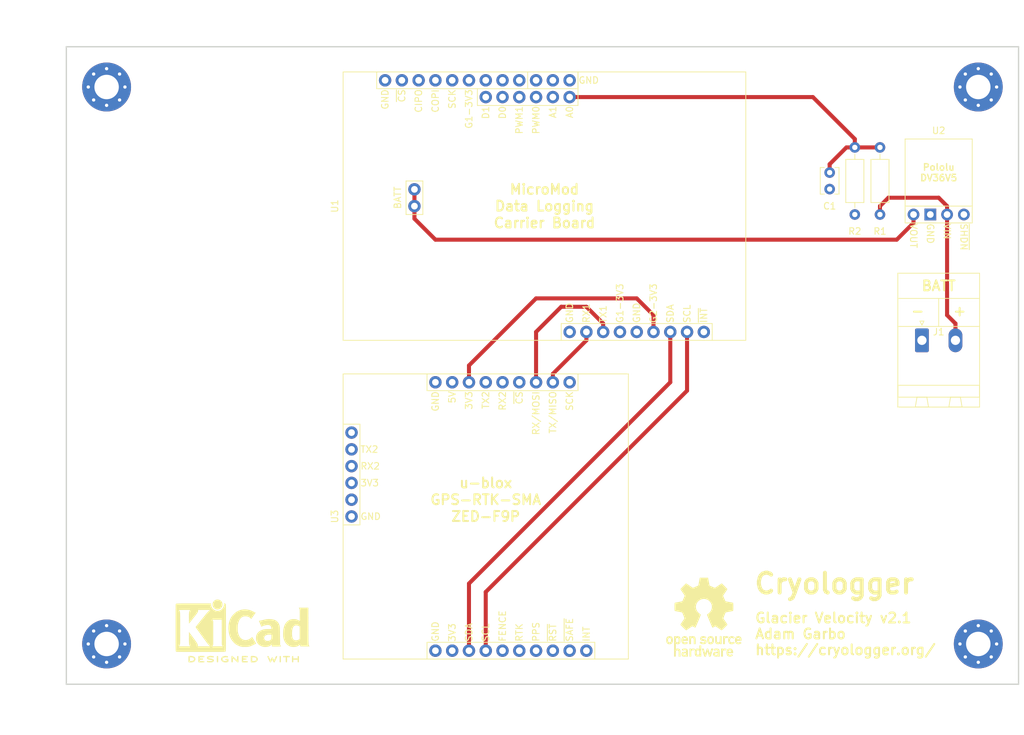
<source format=kicad_pcb>
(kicad_pcb (version 20171130) (host pcbnew "(5.1.9-0-10_14)")

  (general
    (thickness 1.6)
    (drawings 23)
    (tracks 41)
    (zones 0)
    (modules 13)
    (nets 10)
  )

  (page USLetter)
  (title_block
    (title "Cryologger Glacier Velocity ")
    (date 2021-04-13)
    (rev v2.0)
    (comment 3 "License: ")
    (comment 4 "Author: Adam Garbo")
  )

  (layers
    (0 F.Cu signal)
    (31 B.Cu signal)
    (32 B.Adhes user)
    (33 F.Adhes user)
    (34 B.Paste user)
    (35 F.Paste user)
    (36 B.SilkS user)
    (37 F.SilkS user)
    (38 B.Mask user)
    (39 F.Mask user)
    (40 Dwgs.User user)
    (41 Cmts.User user)
    (42 Eco1.User user)
    (43 Eco2.User user)
    (44 Edge.Cuts user)
    (45 Margin user)
    (46 B.CrtYd user)
    (47 F.CrtYd user)
    (48 B.Fab user)
    (49 F.Fab user)
  )

  (setup
    (last_trace_width 0.25)
    (user_trace_width 0.3048)
    (user_trace_width 0.6096)
    (trace_clearance 0.2)
    (zone_clearance 0.254)
    (zone_45_only no)
    (trace_min 0.2)
    (via_size 0.8)
    (via_drill 0.4)
    (via_min_size 0.4)
    (via_min_drill 0.3)
    (uvia_size 0.3)
    (uvia_drill 0.1)
    (uvias_allowed no)
    (uvia_min_size 0.2)
    (uvia_min_drill 0.1)
    (edge_width 0.05)
    (segment_width 0.2)
    (pcb_text_width 0.3)
    (pcb_text_size 1.5 1.5)
    (mod_edge_width 0.12)
    (mod_text_size 1 1)
    (mod_text_width 0.15)
    (pad_size 7.4 7.4)
    (pad_drill 3.7)
    (pad_to_mask_clearance 0)
    (aux_axis_origin 0 0)
    (visible_elements FFFFFF7F)
    (pcbplotparams
      (layerselection 0x010fc_ffffffff)
      (usegerberextensions true)
      (usegerberattributes false)
      (usegerberadvancedattributes false)
      (creategerberjobfile false)
      (excludeedgelayer true)
      (linewidth 0.150000)
      (plotframeref false)
      (viasonmask false)
      (mode 1)
      (useauxorigin false)
      (hpglpennumber 1)
      (hpglpenspeed 20)
      (hpglpendiameter 15.000000)
      (psnegative false)
      (psa4output false)
      (plotreference true)
      (plotvalue false)
      (plotinvisibletext false)
      (padsonsilk false)
      (subtractmaskfromsilk true)
      (outputformat 1)
      (mirror false)
      (drillshape 0)
      (scaleselection 1)
      (outputdirectory "Gerber/"))
  )

  (net 0 "")
  (net 1 GND)
  (net 2 /A0)
  (net 3 /SCL)
  (net 4 /SDA)
  (net 5 /RX)
  (net 6 /TX)
  (net 7 +3V3)
  (net 8 +BATT)
  (net 9 +5V)

  (net_class Default "This is the default net class."
    (clearance 0.2)
    (trace_width 0.25)
    (via_dia 0.8)
    (via_drill 0.4)
    (uvia_dia 0.3)
    (uvia_drill 0.1)
    (add_net +3V3)
    (add_net +5V)
    (add_net +BATT)
    (add_net /A0)
    (add_net /RX)
    (add_net /SCL)
    (add_net /SDA)
    (add_net /TX)
    (add_net GND)
  )

  (module Resistor_THT:R_Axial_DIN0207_L6.3mm_D2.5mm_P10.16mm_Horizontal (layer F.Cu) (tedit 5AE5139B) (tstamp 609AEEB5)
    (at 184.15 58.42 270)
    (descr "Resistor, Axial_DIN0207 series, Axial, Horizontal, pin pitch=10.16mm, 0.25W = 1/4W, length*diameter=6.3*2.5mm^2, http://cdn-reichelt.de/documents/datenblatt/B400/1_4W%23YAG.pdf")
    (tags "Resistor Axial_DIN0207 series Axial Horizontal pin pitch 10.16mm 0.25W = 1/4W length 6.3mm diameter 2.5mm")
    (path /60746AE9)
    (fp_text reference R2 (at 12.7 0 180) (layer F.SilkS)
      (effects (font (size 1 1) (thickness 0.15)))
    )
    (fp_text value 1MΩ (at 4.445 2.54 90) (layer F.Fab)
      (effects (font (size 1 1) (thickness 0.15)))
    )
    (fp_line (start 1.93 -1.25) (end 1.93 1.25) (layer F.Fab) (width 0.1))
    (fp_line (start 1.93 1.25) (end 8.23 1.25) (layer F.Fab) (width 0.1))
    (fp_line (start 8.23 1.25) (end 8.23 -1.25) (layer F.Fab) (width 0.1))
    (fp_line (start 8.23 -1.25) (end 1.93 -1.25) (layer F.Fab) (width 0.1))
    (fp_line (start 0 0) (end 1.93 0) (layer F.Fab) (width 0.1))
    (fp_line (start 10.16 0) (end 8.23 0) (layer F.Fab) (width 0.1))
    (fp_line (start 1.81 -1.37) (end 1.81 1.37) (layer F.SilkS) (width 0.12))
    (fp_line (start 1.81 1.37) (end 8.35 1.37) (layer F.SilkS) (width 0.12))
    (fp_line (start 8.35 1.37) (end 8.35 -1.37) (layer F.SilkS) (width 0.12))
    (fp_line (start 8.35 -1.37) (end 1.81 -1.37) (layer F.SilkS) (width 0.12))
    (fp_line (start 1.04 0) (end 1.81 0) (layer F.SilkS) (width 0.12))
    (fp_line (start 9.12 0) (end 8.35 0) (layer F.SilkS) (width 0.12))
    (fp_line (start -1.05 -1.5) (end -1.05 1.5) (layer F.CrtYd) (width 0.05))
    (fp_line (start -1.05 1.5) (end 11.21 1.5) (layer F.CrtYd) (width 0.05))
    (fp_line (start 11.21 1.5) (end 11.21 -1.5) (layer F.CrtYd) (width 0.05))
    (fp_line (start 11.21 -1.5) (end -1.05 -1.5) (layer F.CrtYd) (width 0.05))
    (fp_text user %R (at 5.08 0 90) (layer F.Fab)
      (effects (font (size 1 1) (thickness 0.15)))
    )
    (pad 2 thru_hole oval (at 10.16 0 270) (size 1.6 1.6) (drill 0.8) (layers *.Cu *.Mask)
      (net 1 GND))
    (pad 1 thru_hole circle (at 0 0 270) (size 1.6 1.6) (drill 0.8) (layers *.Cu *.Mask)
      (net 2 /A0))
    (model ${KISYS3DMOD}/Resistor_THT.3dshapes/R_Axial_DIN0207_L6.3mm_D2.5mm_P10.16mm_Horizontal.wrl
      (at (xyz 0 0 0))
      (scale (xyz 1 1 1))
      (rotate (xyz 0 0 0))
    )
  )

  (module Symbol:OSHW-Logo_11.4x12mm_SilkScreen locked (layer F.Cu) (tedit 0) (tstamp 6099D115)
    (at 161.29 129.54)
    (descr "Open Source Hardware Logo")
    (tags "Logo OSHW")
    (attr virtual)
    (fp_text reference REF** (at 0 0) (layer F.SilkS) hide
      (effects (font (size 1 1) (thickness 0.15)))
    )
    (fp_text value OSHW-Logo_11.4x12mm_SilkScreen (at 0.75 0) (layer F.Fab) hide
      (effects (font (size 1 1) (thickness 0.15)))
    )
    (fp_poly (pts (xy -3.780091 2.90956) (xy -3.727588 2.935499) (xy -3.662842 2.9807) (xy -3.615653 3.029991)
      (xy -3.583335 3.091885) (xy -3.563203 3.174896) (xy -3.55257 3.287538) (xy -3.548753 3.438324)
      (xy -3.54853 3.503149) (xy -3.549182 3.645221) (xy -3.551888 3.746757) (xy -3.557776 3.817015)
      (xy -3.567973 3.865256) (xy -3.583606 3.900738) (xy -3.599872 3.924943) (xy -3.703705 4.027929)
      (xy -3.825979 4.089874) (xy -3.957886 4.108506) (xy -4.090616 4.081549) (xy -4.132667 4.062486)
      (xy -4.233334 4.010015) (xy -4.233334 4.832259) (xy -4.159865 4.794267) (xy -4.063059 4.764872)
      (xy -3.944072 4.757342) (xy -3.825255 4.771245) (xy -3.735527 4.802476) (xy -3.661101 4.861954)
      (xy -3.59751 4.947066) (xy -3.592729 4.955805) (xy -3.572563 4.996966) (xy -3.557835 5.038454)
      (xy -3.547697 5.088713) (xy -3.541301 5.156184) (xy -3.537799 5.249309) (xy -3.536342 5.376531)
      (xy -3.536079 5.519701) (xy -3.536079 5.976471) (xy -3.81 5.976471) (xy -3.81 5.134231)
      (xy -3.886617 5.069763) (xy -3.966207 5.018194) (xy -4.041578 5.008818) (xy -4.117367 5.032947)
      (xy -4.157759 5.056574) (xy -4.187821 5.090227) (xy -4.209203 5.141087) (xy -4.22355 5.216334)
      (xy -4.23251 5.323146) (xy -4.23773 5.468704) (xy -4.239569 5.565588) (xy -4.245785 5.96402)
      (xy -4.37652 5.971547) (xy -4.507255 5.979073) (xy -4.507255 3.506582) (xy -4.233334 3.506582)
      (xy -4.22635 3.644423) (xy -4.202818 3.740107) (xy -4.158865 3.799641) (xy -4.090618 3.829029)
      (xy -4.021667 3.834902) (xy -3.943614 3.828154) (xy -3.891811 3.801594) (xy -3.859417 3.766499)
      (xy -3.833916 3.728752) (xy -3.818735 3.6867) (xy -3.811981 3.627779) (xy -3.811759 3.539428)
      (xy -3.814032 3.465448) (xy -3.819251 3.354) (xy -3.827021 3.280833) (xy -3.840105 3.234422)
      (xy -3.861268 3.203244) (xy -3.88124 3.185223) (xy -3.964686 3.145925) (xy -4.063449 3.139579)
      (xy -4.120159 3.153116) (xy -4.176308 3.201233) (xy -4.213501 3.294833) (xy -4.231528 3.433254)
      (xy -4.233334 3.506582) (xy -4.507255 3.506582) (xy -4.507255 2.888628) (xy -4.370295 2.888628)
      (xy -4.288065 2.891879) (xy -4.24564 2.903426) (xy -4.233339 2.925952) (xy -4.233334 2.92662)
      (xy -4.227626 2.948681) (xy -4.202453 2.946176) (xy -4.152402 2.921935) (xy -4.035781 2.884851)
      (xy -3.904571 2.880953) (xy -3.780091 2.90956)) (layer F.SilkS) (width 0.01))
    (fp_poly (pts (xy -2.74128 4.765922) (xy -2.62413 4.79718) (xy -2.534949 4.853837) (xy -2.472016 4.928045)
      (xy -2.452452 4.959716) (xy -2.438008 4.992891) (xy -2.427911 5.035329) (xy -2.421385 5.094788)
      (xy -2.417658 5.179029) (xy -2.415954 5.29581) (xy -2.4155 5.45289) (xy -2.415491 5.494565)
      (xy -2.415491 5.976471) (xy -2.53502 5.976471) (xy -2.611261 5.971131) (xy -2.667634 5.957604)
      (xy -2.681758 5.949262) (xy -2.72037 5.934864) (xy -2.759808 5.949262) (xy -2.824738 5.967237)
      (xy -2.919055 5.974472) (xy -3.023593 5.971333) (xy -3.119189 5.958186) (xy -3.175 5.941318)
      (xy -3.283002 5.871986) (xy -3.350497 5.775772) (xy -3.380841 5.647844) (xy -3.381123 5.644559)
      (xy -3.37846 5.587808) (xy -3.137647 5.587808) (xy -3.116595 5.652358) (xy -3.082303 5.688686)
      (xy -3.013468 5.716162) (xy -2.92261 5.727129) (xy -2.829958 5.721731) (xy -2.755744 5.70011)
      (xy -2.734951 5.686239) (xy -2.698619 5.622143) (xy -2.689412 5.549278) (xy -2.689412 5.45353)
      (xy -2.827173 5.45353) (xy -2.958047 5.463605) (xy -3.057259 5.492148) (xy -3.118977 5.536639)
      (xy -3.137647 5.587808) (xy -3.37846 5.587808) (xy -3.374564 5.50479) (xy -3.328466 5.394282)
      (xy -3.2418 5.310712) (xy -3.229821 5.30311) (xy -3.178345 5.278357) (xy -3.114632 5.263368)
      (xy -3.025565 5.256082) (xy -2.919755 5.254407) (xy -2.689412 5.254314) (xy -2.689412 5.157755)
      (xy -2.699183 5.082836) (xy -2.724116 5.032644) (xy -2.727035 5.029972) (xy -2.782519 5.008015)
      (xy -2.866273 4.999505) (xy -2.958833 5.003687) (xy -3.04073 5.019809) (xy -3.089327 5.04399)
      (xy -3.115659 5.063359) (xy -3.143465 5.067057) (xy -3.181839 5.051188) (xy -3.239875 5.011855)
      (xy -3.326669 4.945164) (xy -3.334635 4.938916) (xy -3.330553 4.9158) (xy -3.296499 4.877352)
      (xy -3.24474 4.834627) (xy -3.187545 4.798679) (xy -3.169575 4.790191) (xy -3.104028 4.773252)
      (xy -3.00798 4.76117) (xy -2.900671 4.756323) (xy -2.895653 4.756313) (xy -2.74128 4.765922)) (layer F.SilkS) (width 0.01))
    (fp_poly (pts (xy -1.967236 4.758921) (xy -1.92997 4.770091) (xy -1.917957 4.794633) (xy -1.917451 4.805712)
      (xy -1.915296 4.836572) (xy -1.900449 4.841417) (xy -1.860343 4.82026) (xy -1.83652 4.805806)
      (xy -1.761362 4.77485) (xy -1.671594 4.759544) (xy -1.577471 4.758367) (xy -1.489246 4.769799)
      (xy -1.417174 4.79232) (xy -1.371508 4.824409) (xy -1.362502 4.864545) (xy -1.367047 4.875415)
      (xy -1.400179 4.920534) (xy -1.451555 4.976026) (xy -1.460848 4.984996) (xy -1.509818 5.026245)
      (xy -1.552069 5.039572) (xy -1.611159 5.030271) (xy -1.634831 5.02409) (xy -1.708496 5.009246)
      (xy -1.76029 5.015921) (xy -1.804031 5.039465) (xy -1.844098 5.071061) (xy -1.873608 5.110798)
      (xy -1.894116 5.166252) (xy -1.907176 5.245003) (xy -1.914344 5.354629) (xy -1.917176 5.502706)
      (xy -1.917451 5.592111) (xy -1.917451 5.976471) (xy -2.166471 5.976471) (xy -2.166471 4.756275)
      (xy -2.041961 4.756275) (xy -1.967236 4.758921)) (layer F.SilkS) (width 0.01))
    (fp_poly (pts (xy -0.398432 5.976471) (xy -0.535393 5.976471) (xy -0.614889 5.97414) (xy -0.656292 5.964488)
      (xy -0.671199 5.943525) (xy -0.672353 5.929351) (xy -0.674867 5.900927) (xy -0.69072 5.895475)
      (xy -0.732379 5.912998) (xy -0.764776 5.929351) (xy -0.889151 5.968103) (xy -1.024354 5.970346)
      (xy -1.134274 5.941444) (xy -1.236634 5.871619) (xy -1.31466 5.768555) (xy -1.357386 5.646989)
      (xy -1.358474 5.640192) (xy -1.364822 5.566032) (xy -1.367979 5.45957) (xy -1.367725 5.379052)
      (xy -1.095711 5.379052) (xy -1.08941 5.48607) (xy -1.075075 5.574278) (xy -1.055669 5.62409)
      (xy -0.982254 5.692162) (xy -0.895086 5.716564) (xy -0.805196 5.696831) (xy -0.728383 5.637968)
      (xy -0.699292 5.598379) (xy -0.682283 5.551138) (xy -0.674316 5.482181) (xy -0.672353 5.378607)
      (xy -0.675866 5.276039) (xy -0.685143 5.185921) (xy -0.698294 5.125613) (xy -0.700486 5.120208)
      (xy -0.753522 5.05594) (xy -0.830933 5.020656) (xy -0.917546 5.014959) (xy -0.998193 5.039453)
      (xy -1.057703 5.094742) (xy -1.063876 5.105743) (xy -1.083199 5.172827) (xy -1.093726 5.269284)
      (xy -1.095711 5.379052) (xy -1.367725 5.379052) (xy -1.367596 5.338225) (xy -1.365806 5.272918)
      (xy -1.353627 5.111355) (xy -1.328315 4.990053) (xy -1.286207 4.900379) (xy -1.223641 4.833699)
      (xy -1.1629 4.794557) (xy -1.078036 4.76704) (xy -0.972485 4.757603) (xy -0.864402 4.76529)
      (xy -0.771942 4.789146) (xy -0.72309 4.817685) (xy -0.672353 4.863601) (xy -0.672353 4.283137)
      (xy -0.398432 4.283137) (xy -0.398432 5.976471)) (layer F.SilkS) (width 0.01))
    (fp_poly (pts (xy 0.557528 4.761332) (xy 0.656014 4.768726) (xy 0.784776 5.154706) (xy 0.913537 5.540686)
      (xy 0.953911 5.403726) (xy 0.978207 5.319083) (xy 1.010167 5.204697) (xy 1.044679 5.078963)
      (xy 1.062928 5.01152) (xy 1.131571 4.756275) (xy 1.414773 4.756275) (xy 1.330122 5.023971)
      (xy 1.288435 5.155638) (xy 1.238074 5.314458) (xy 1.185481 5.480128) (xy 1.13853 5.627843)
      (xy 1.031589 5.96402) (xy 0.800661 5.979044) (xy 0.73805 5.772316) (xy 0.699438 5.643896)
      (xy 0.6573 5.502322) (xy 0.620472 5.377285) (xy 0.619018 5.372309) (xy 0.591511 5.287586)
      (xy 0.567242 5.229778) (xy 0.550243 5.207918) (xy 0.54675 5.210446) (xy 0.53449 5.244336)
      (xy 0.511195 5.31693) (xy 0.4797 5.419101) (xy 0.442842 5.54172) (xy 0.422899 5.609167)
      (xy 0.314895 5.976471) (xy 0.085679 5.976471) (xy -0.097561 5.3975) (xy -0.149037 5.235091)
      (xy -0.19593 5.087602) (xy -0.236023 4.96196) (xy -0.267103 4.865095) (xy -0.286955 4.803934)
      (xy -0.292989 4.786065) (xy -0.288212 4.767768) (xy -0.250703 4.759755) (xy -0.172645 4.760557)
      (xy -0.160426 4.761163) (xy -0.015674 4.768726) (xy 0.07913 5.117353) (xy 0.113977 5.244497)
      (xy 0.145117 5.356265) (xy 0.169809 5.442953) (xy 0.185312 5.494856) (xy 0.188176 5.503318)
      (xy 0.200046 5.493587) (xy 0.223983 5.443172) (xy 0.257239 5.358935) (xy 0.297064 5.247741)
      (xy 0.33073 5.147297) (xy 0.459041 4.753939) (xy 0.557528 4.761332)) (layer F.SilkS) (width 0.01))
    (fp_poly (pts (xy 2.056459 4.763669) (xy 2.16142 4.789163) (xy 2.191761 4.802669) (xy 2.250573 4.838046)
      (xy 2.295709 4.87789) (xy 2.329106 4.92912) (xy 2.352701 4.998654) (xy 2.368433 5.093409)
      (xy 2.378239 5.220305) (xy 2.384057 5.386258) (xy 2.386266 5.497108) (xy 2.394396 5.976471)
      (xy 2.255531 5.976471) (xy 2.171287 5.972938) (xy 2.127884 5.960866) (xy 2.116666 5.940594)
      (xy 2.110744 5.918674) (xy 2.084266 5.922865) (xy 2.048186 5.940441) (xy 1.957862 5.967382)
      (xy 1.841777 5.974642) (xy 1.71968 5.962767) (xy 1.611321 5.932305) (xy 1.601602 5.928077)
      (xy 1.502568 5.858505) (xy 1.437281 5.761789) (xy 1.40724 5.648738) (xy 1.409535 5.608122)
      (xy 1.654633 5.608122) (xy 1.676229 5.662782) (xy 1.740259 5.701952) (xy 1.843565 5.722974)
      (xy 1.898774 5.725766) (xy 1.990782 5.71862) (xy 2.051941 5.690848) (xy 2.066862 5.677647)
      (xy 2.107287 5.605829) (xy 2.116666 5.540686) (xy 2.116666 5.45353) (xy 1.995269 5.45353)
      (xy 1.854153 5.460722) (xy 1.755173 5.483345) (xy 1.692633 5.522964) (xy 1.678631 5.540628)
      (xy 1.654633 5.608122) (xy 1.409535 5.608122) (xy 1.413941 5.530157) (xy 1.45888 5.416855)
      (xy 1.520196 5.340285) (xy 1.557332 5.307181) (xy 1.593687 5.285425) (xy 1.64099 5.272161)
      (xy 1.710973 5.264528) (xy 1.815364 5.25967) (xy 1.85677 5.258273) (xy 2.116666 5.24978)
      (xy 2.116285 5.171116) (xy 2.106219 5.088428) (xy 2.069829 5.038431) (xy 1.996311 5.006489)
      (xy 1.994339 5.00592) (xy 1.890105 4.993361) (xy 1.788108 5.009766) (xy 1.712305 5.049657)
      (xy 1.68189 5.069354) (xy 1.649132 5.066629) (xy 1.598721 5.038091) (xy 1.569119 5.01795)
      (xy 1.511218 4.974919) (xy 1.475352 4.942662) (xy 1.469597 4.933427) (xy 1.493295 4.885636)
      (xy 1.563313 4.828562) (xy 1.593725 4.809305) (xy 1.681155 4.77614) (xy 1.798983 4.75735)
      (xy 1.929866 4.753129) (xy 2.056459 4.763669)) (layer F.SilkS) (width 0.01))
    (fp_poly (pts (xy 3.238446 4.755883) (xy 3.334177 4.774755) (xy 3.388677 4.802699) (xy 3.446008 4.849123)
      (xy 3.364441 4.952111) (xy 3.31415 5.014479) (xy 3.280001 5.044907) (xy 3.246063 5.049555)
      (xy 3.196406 5.034586) (xy 3.173096 5.026117) (xy 3.078063 5.013622) (xy 2.991032 5.040406)
      (xy 2.927138 5.100915) (xy 2.916759 5.120208) (xy 2.905456 5.171314) (xy 2.896732 5.2655)
      (xy 2.890997 5.396089) (xy 2.88866 5.556405) (xy 2.888627 5.579211) (xy 2.888627 5.976471)
      (xy 2.614705 5.976471) (xy 2.614705 4.756275) (xy 2.751666 4.756275) (xy 2.830638 4.758337)
      (xy 2.871779 4.767513) (xy 2.886992 4.78829) (xy 2.888627 4.807886) (xy 2.888627 4.859497)
      (xy 2.95424 4.807886) (xy 3.029475 4.772675) (xy 3.130544 4.755265) (xy 3.238446 4.755883)) (layer F.SilkS) (width 0.01))
    (fp_poly (pts (xy 4.025307 4.762784) (xy 4.144337 4.793731) (xy 4.244021 4.8576) (xy 4.292288 4.905313)
      (xy 4.371408 5.018106) (xy 4.416752 5.14895) (xy 4.43233 5.309792) (xy 4.43241 5.322794)
      (xy 4.432549 5.45353) (xy 3.680091 5.45353) (xy 3.69613 5.52201) (xy 3.725091 5.584031)
      (xy 3.775778 5.648654) (xy 3.786379 5.658971) (xy 3.877494 5.714805) (xy 3.9814 5.724275)
      (xy 4.101 5.68754) (xy 4.121274 5.677647) (xy 4.183456 5.647574) (xy 4.225106 5.63044)
      (xy 4.232373 5.628855) (xy 4.25774 5.644242) (xy 4.30612 5.681887) (xy 4.330679 5.702459)
      (xy 4.38157 5.749714) (xy 4.398281 5.780917) (xy 4.386683 5.80962) (xy 4.380483 5.817468)
      (xy 4.338493 5.851819) (xy 4.269206 5.893565) (xy 4.220882 5.917935) (xy 4.083711 5.960873)
      (xy 3.931847 5.974786) (xy 3.788024 5.9583) (xy 3.747745 5.946496) (xy 3.623078 5.879689)
      (xy 3.530671 5.776892) (xy 3.46999 5.637105) (xy 3.440498 5.45933) (xy 3.43726 5.366373)
      (xy 3.446714 5.231033) (xy 3.68549 5.231033) (xy 3.708584 5.241038) (xy 3.770662 5.248888)
      (xy 3.860914 5.253521) (xy 3.922058 5.254314) (xy 4.03204 5.253549) (xy 4.101457 5.24997)
      (xy 4.139538 5.241649) (xy 4.155515 5.226657) (xy 4.158627 5.204903) (xy 4.137278 5.137892)
      (xy 4.083529 5.071664) (xy 4.012822 5.020832) (xy 3.942089 5.000038) (xy 3.846016 5.018484)
      (xy 3.762849 5.071811) (xy 3.705186 5.148677) (xy 3.68549 5.231033) (xy 3.446714 5.231033)
      (xy 3.451028 5.169291) (xy 3.49352 5.012271) (xy 3.565635 4.894069) (xy 3.668273 4.81344)
      (xy 3.802332 4.769139) (xy 3.874957 4.760607) (xy 4.025307 4.762784)) (layer F.SilkS) (width 0.01))
    (fp_poly (pts (xy -5.026753 2.901568) (xy -4.896478 2.959163) (xy -4.797581 3.055334) (xy -4.729918 3.190229)
      (xy -4.693345 3.363996) (xy -4.690724 3.391126) (xy -4.68867 3.582408) (xy -4.715301 3.750073)
      (xy -4.768999 3.885967) (xy -4.797753 3.929681) (xy -4.897909 4.022198) (xy -5.025463 4.082119)
      (xy -5.168163 4.106985) (xy -5.31376 4.094339) (xy -5.424438 4.055391) (xy -5.519616 3.989755)
      (xy -5.597406 3.903699) (xy -5.598751 3.901685) (xy -5.630343 3.84857) (xy -5.650873 3.79516)
      (xy -5.663305 3.727754) (xy -5.670603 3.632653) (xy -5.673818 3.554666) (xy -5.675156 3.483944)
      (xy -5.426186 3.483944) (xy -5.423753 3.554348) (xy -5.41492 3.648068) (xy -5.399336 3.708214)
      (xy -5.371234 3.751006) (xy -5.344914 3.776002) (xy -5.251608 3.828338) (xy -5.15398 3.835333)
      (xy -5.063058 3.797676) (xy -5.017598 3.755479) (xy -4.984838 3.712956) (xy -4.965677 3.672267)
      (xy -4.957267 3.619314) (xy -4.956763 3.539997) (xy -4.959355 3.46695) (xy -4.964929 3.362601)
      (xy -4.973766 3.29492) (xy -4.989693 3.250774) (xy -5.016538 3.217031) (xy -5.037811 3.197746)
      (xy -5.126794 3.147086) (xy -5.222789 3.14456) (xy -5.303281 3.174567) (xy -5.371947 3.237231)
      (xy -5.412856 3.340168) (xy -5.426186 3.483944) (xy -5.675156 3.483944) (xy -5.676754 3.399582)
      (xy -5.67174 3.2836) (xy -5.656717 3.196367) (xy -5.629624 3.12753) (xy -5.5884 3.066737)
      (xy -5.573115 3.048686) (xy -5.477546 2.958746) (xy -5.375039 2.906211) (xy -5.249679 2.884201)
      (xy -5.18855 2.882402) (xy -5.026753 2.901568)) (layer F.SilkS) (width 0.01))
    (fp_poly (pts (xy -2.686796 2.916354) (xy -2.661981 2.928037) (xy -2.576094 2.990951) (xy -2.494879 3.082769)
      (xy -2.434236 3.183868) (xy -2.416988 3.230349) (xy -2.401251 3.313376) (xy -2.391867 3.413713)
      (xy -2.390728 3.455147) (xy -2.390589 3.585882) (xy -3.143047 3.585882) (xy -3.127007 3.654363)
      (xy -3.087637 3.735355) (xy -3.018806 3.805351) (xy -2.936919 3.850441) (xy -2.884737 3.859804)
      (xy -2.813971 3.848441) (xy -2.72954 3.819943) (xy -2.700858 3.806831) (xy -2.594791 3.753858)
      (xy -2.504272 3.822901) (xy -2.452039 3.869597) (xy -2.424247 3.90814) (xy -2.42284 3.919452)
      (xy -2.447668 3.946868) (xy -2.502083 3.988532) (xy -2.551472 4.021037) (xy -2.684748 4.079468)
      (xy -2.834161 4.105915) (xy -2.982249 4.099039) (xy -3.100295 4.063096) (xy -3.221982 3.986101)
      (xy -3.30846 3.884728) (xy -3.362559 3.75357) (xy -3.387109 3.587224) (xy -3.389286 3.511108)
      (xy -3.380573 3.336685) (xy -3.379503 3.331611) (xy -3.130173 3.331611) (xy -3.123306 3.347968)
      (xy -3.095083 3.356988) (xy -3.036873 3.360854) (xy -2.940042 3.361749) (xy -2.902757 3.361765)
      (xy -2.789317 3.360413) (xy -2.717378 3.355505) (xy -2.678687 3.34576) (xy -2.664995 3.329899)
      (xy -2.66451 3.324805) (xy -2.680137 3.284326) (xy -2.719247 3.227621) (xy -2.736061 3.207766)
      (xy -2.798481 3.151611) (xy -2.863547 3.129532) (xy -2.898603 3.127686) (xy -2.993442 3.150766)
      (xy -3.072973 3.212759) (xy -3.123423 3.302802) (xy -3.124317 3.305735) (xy -3.130173 3.331611)
      (xy -3.379503 3.331611) (xy -3.351601 3.199343) (xy -3.29941 3.089461) (xy -3.235579 3.011461)
      (xy -3.117567 2.926882) (xy -2.978842 2.881686) (xy -2.83129 2.8776) (xy -2.686796 2.916354)) (layer F.SilkS) (width 0.01))
    (fp_poly (pts (xy 0.027759 2.884345) (xy 0.122059 2.902229) (xy 0.21989 2.939633) (xy 0.230343 2.944402)
      (xy 0.304531 2.983412) (xy 0.35591 3.019664) (xy 0.372517 3.042887) (xy 0.356702 3.080761)
      (xy 0.318288 3.136644) (xy 0.301237 3.157505) (xy 0.230969 3.239618) (xy 0.140379 3.186168)
      (xy 0.054164 3.150561) (xy -0.045451 3.131529) (xy -0.140981 3.130326) (xy -0.214939 3.14821)
      (xy -0.232688 3.159373) (xy -0.266488 3.210553) (xy -0.270596 3.269509) (xy -0.245304 3.315567)
      (xy -0.230344 3.324499) (xy -0.185514 3.335592) (xy -0.106714 3.34863) (xy -0.009574 3.361088)
      (xy 0.008346 3.363042) (xy 0.164365 3.39003) (xy 0.277523 3.435873) (xy 0.352569 3.504803)
      (xy 0.394253 3.601054) (xy 0.407238 3.718617) (xy 0.389299 3.852254) (xy 0.33105 3.957195)
      (xy 0.232255 4.03363) (xy 0.092682 4.081748) (xy -0.062255 4.100732) (xy -0.188602 4.100504)
      (xy -0.291087 4.083262) (xy -0.361079 4.059457) (xy -0.449517 4.017978) (xy -0.531246 3.969842)
      (xy -0.560295 3.948655) (xy -0.635 3.887676) (xy -0.544902 3.796508) (xy -0.454804 3.705339)
      (xy -0.352368 3.773128) (xy -0.249626 3.824042) (xy -0.139913 3.850673) (xy -0.034449 3.853483)
      (xy 0.055546 3.832935) (xy 0.118854 3.789493) (xy 0.139296 3.752838) (xy 0.136229 3.694053)
      (xy 0.085434 3.649099) (xy -0.012952 3.618057) (xy -0.120744 3.60371) (xy -0.286635 3.576337)
      (xy -0.409876 3.524693) (xy -0.492114 3.447266) (xy -0.534999 3.342544) (xy -0.54094 3.218387)
      (xy -0.511594 3.088702) (xy -0.444691 2.990677) (xy -0.339629 2.923866) (xy -0.19581 2.88782)
      (xy -0.089262 2.880754) (xy 0.027759 2.884345)) (layer F.SilkS) (width 0.01))
    (fp_poly (pts (xy 1.209547 2.903364) (xy 1.335502 2.971959) (xy 1.434047 3.080245) (xy 1.480478 3.168315)
      (xy 1.500412 3.246101) (xy 1.513328 3.356993) (xy 1.518863 3.484738) (xy 1.516654 3.613084)
      (xy 1.506337 3.725779) (xy 1.494286 3.785969) (xy 1.453634 3.868311) (xy 1.38323 3.95577)
      (xy 1.298382 4.032251) (xy 1.214397 4.081655) (xy 1.212349 4.082439) (xy 1.108134 4.104027)
      (xy 0.984627 4.104562) (xy 0.867261 4.084908) (xy 0.821942 4.069155) (xy 0.70522 4.002966)
      (xy 0.621624 3.916246) (xy 0.566701 3.801438) (xy 0.535995 3.650982) (xy 0.529047 3.572173)
      (xy 0.529933 3.473145) (xy 0.796862 3.473145) (xy 0.805854 3.617645) (xy 0.831736 3.72776)
      (xy 0.872868 3.798116) (xy 0.902172 3.818235) (xy 0.977251 3.832265) (xy 1.066494 3.828111)
      (xy 1.14365 3.807922) (xy 1.163883 3.796815) (xy 1.217265 3.732123) (xy 1.2525 3.633119)
      (xy 1.267498 3.512632) (xy 1.260172 3.383494) (xy 1.243799 3.305775) (xy 1.19679 3.215771)
      (xy 1.122582 3.159509) (xy 1.033209 3.140057) (xy 0.940707 3.160481) (xy 0.869653 3.210437)
      (xy 0.832312 3.251655) (xy 0.810518 3.292281) (xy 0.80013 3.347264) (xy 0.797006 3.431549)
      (xy 0.796862 3.473145) (xy 0.529933 3.473145) (xy 0.53093 3.361874) (xy 0.56518 3.189423)
      (xy 0.631802 3.054814) (xy 0.730799 2.95804) (xy 0.862175 2.899094) (xy 0.890385 2.892259)
      (xy 1.059926 2.876213) (xy 1.209547 2.903364)) (layer F.SilkS) (width 0.01))
    (fp_poly (pts (xy 1.967254 3.276245) (xy 1.969608 3.458879) (xy 1.978207 3.5976) (xy 1.99536 3.698147)
      (xy 2.023374 3.766254) (xy 2.064557 3.807659) (xy 2.121217 3.828097) (xy 2.191372 3.833318)
      (xy 2.264848 3.827468) (xy 2.320657 3.806093) (xy 2.361109 3.763458) (xy 2.388509 3.693825)
      (xy 2.405167 3.59146) (xy 2.413389 3.450624) (xy 2.41549 3.276245) (xy 2.41549 2.888628)
      (xy 2.689411 2.888628) (xy 2.689411 4.083922) (xy 2.552451 4.083922) (xy 2.469884 4.080576)
      (xy 2.427368 4.068826) (xy 2.41549 4.04652) (xy 2.408336 4.026654) (xy 2.379865 4.030857)
      (xy 2.322476 4.058971) (xy 2.190945 4.102342) (xy 2.051438 4.09927) (xy 1.917765 4.052174)
      (xy 1.854108 4.014971) (xy 1.805553 3.974691) (xy 1.770081 3.924291) (xy 1.745674 3.856729)
      (xy 1.730313 3.764965) (xy 1.721982 3.641955) (xy 1.718662 3.480659) (xy 1.718235 3.355928)
      (xy 1.718235 2.888628) (xy 1.967254 2.888628) (xy 1.967254 3.276245)) (layer F.SilkS) (width 0.01))
    (fp_poly (pts (xy 4.390976 2.899056) (xy 4.535256 2.960348) (xy 4.580699 2.990185) (xy 4.638779 3.036036)
      (xy 4.675238 3.072089) (xy 4.681568 3.083832) (xy 4.663693 3.109889) (xy 4.61795 3.154105)
      (xy 4.581328 3.184965) (xy 4.481088 3.26552) (xy 4.401935 3.198918) (xy 4.340769 3.155921)
      (xy 4.281129 3.141079) (xy 4.212872 3.144704) (xy 4.104482 3.171652) (xy 4.029872 3.227587)
      (xy 3.98453 3.318014) (xy 3.963947 3.448435) (xy 3.963942 3.448517) (xy 3.965722 3.59429)
      (xy 3.993387 3.701245) (xy 4.048571 3.774064) (xy 4.086192 3.798723) (xy 4.186105 3.829431)
      (xy 4.292822 3.829449) (xy 4.385669 3.799655) (xy 4.407647 3.785098) (xy 4.462765 3.747914)
      (xy 4.505859 3.74182) (xy 4.552335 3.769496) (xy 4.603716 3.819205) (xy 4.685046 3.903116)
      (xy 4.594749 3.977546) (xy 4.455236 4.061549) (xy 4.297912 4.102947) (xy 4.133503 4.09995)
      (xy 4.025531 4.0725) (xy 3.899331 4.00462) (xy 3.798401 3.897831) (xy 3.752548 3.822451)
      (xy 3.71541 3.714297) (xy 3.696827 3.577318) (xy 3.696684 3.428864) (xy 3.714865 3.286281)
      (xy 3.751255 3.166918) (xy 3.756987 3.15468) (xy 3.841865 3.034655) (xy 3.956782 2.947267)
      (xy 4.092659 2.894329) (xy 4.240417 2.877654) (xy 4.390976 2.899056)) (layer F.SilkS) (width 0.01))
    (fp_poly (pts (xy 5.303287 2.884355) (xy 5.367051 2.899845) (xy 5.4893 2.956569) (xy 5.593834 3.043202)
      (xy 5.66618 3.147074) (xy 5.676119 3.170396) (xy 5.689754 3.231484) (xy 5.699298 3.321853)
      (xy 5.702549 3.41319) (xy 5.702549 3.585882) (xy 5.34147 3.585882) (xy 5.192546 3.586445)
      (xy 5.087632 3.589864) (xy 5.020937 3.598731) (xy 4.986666 3.615641) (xy 4.979028 3.643189)
      (xy 4.992229 3.683968) (xy 5.015877 3.731683) (xy 5.081843 3.811314) (xy 5.173512 3.850987)
      (xy 5.285555 3.849695) (xy 5.412472 3.806514) (xy 5.522158 3.753224) (xy 5.613173 3.825191)
      (xy 5.704188 3.897157) (xy 5.618563 3.976269) (xy 5.50425 4.051017) (xy 5.363666 4.096084)
      (xy 5.212449 4.108696) (xy 5.066236 4.086079) (xy 5.042647 4.078405) (xy 4.914141 4.011296)
      (xy 4.818551 3.911247) (xy 4.753861 3.775271) (xy 4.718057 3.60038) (xy 4.71764 3.596632)
      (xy 4.714434 3.406032) (xy 4.727393 3.338035) (xy 4.980392 3.338035) (xy 5.003627 3.348491)
      (xy 5.06671 3.3565) (xy 5.159706 3.361073) (xy 5.218638 3.361765) (xy 5.328537 3.361332)
      (xy 5.397252 3.358578) (xy 5.433405 3.351321) (xy 5.445615 3.337376) (xy 5.442504 3.314562)
      (xy 5.439894 3.305735) (xy 5.395344 3.2228) (xy 5.325279 3.15596) (xy 5.263446 3.126589)
      (xy 5.181301 3.128362) (xy 5.098062 3.16499) (xy 5.028238 3.225634) (xy 4.986337 3.299456)
      (xy 4.980392 3.338035) (xy 4.727393 3.338035) (xy 4.746385 3.238395) (xy 4.809773 3.097711)
      (xy 4.900878 2.987974) (xy 5.015978 2.913174) (xy 5.151355 2.877304) (xy 5.303287 2.884355)) (layer F.SilkS) (width 0.01))
    (fp_poly (pts (xy -1.49324 2.909199) (xy -1.431264 2.938802) (xy -1.371241 2.981561) (xy -1.325514 3.030775)
      (xy -1.292207 3.093544) (xy -1.269445 3.176971) (xy -1.255353 3.288159) (xy -1.248058 3.434209)
      (xy -1.245682 3.622223) (xy -1.245645 3.641912) (xy -1.245098 4.083922) (xy -1.51902 4.083922)
      (xy -1.51902 3.676435) (xy -1.519215 3.525471) (xy -1.520564 3.416056) (xy -1.524212 3.339933)
      (xy -1.531304 3.288848) (xy -1.542987 3.254545) (xy -1.560406 3.228768) (xy -1.584671 3.203298)
      (xy -1.669565 3.148571) (xy -1.762239 3.138416) (xy -1.850527 3.173017) (xy -1.88123 3.19877)
      (xy -1.903771 3.222982) (xy -1.919954 3.248912) (xy -1.930832 3.284708) (xy -1.937458 3.338519)
      (xy -1.940885 3.418493) (xy -1.942166 3.532779) (xy -1.942353 3.671907) (xy -1.942353 4.083922)
      (xy -2.216275 4.083922) (xy -2.216275 2.888628) (xy -2.079314 2.888628) (xy -1.997084 2.891879)
      (xy -1.95466 2.903426) (xy -1.942359 2.925952) (xy -1.942353 2.92662) (xy -1.936646 2.948681)
      (xy -1.911473 2.946177) (xy -1.861422 2.921937) (xy -1.747906 2.886271) (xy -1.618055 2.882305)
      (xy -1.49324 2.909199)) (layer F.SilkS) (width 0.01))
    (fp_poly (pts (xy 3.563637 2.887472) (xy 3.64929 2.913641) (xy 3.704437 2.946707) (xy 3.722401 2.972855)
      (xy 3.717457 3.003852) (xy 3.685372 3.052547) (xy 3.658243 3.087035) (xy 3.602317 3.149383)
      (xy 3.560299 3.175615) (xy 3.52448 3.173903) (xy 3.418224 3.146863) (xy 3.340189 3.148091)
      (xy 3.27682 3.178735) (xy 3.255546 3.19667) (xy 3.187451 3.259779) (xy 3.187451 4.083922)
      (xy 2.913529 4.083922) (xy 2.913529 2.888628) (xy 3.05049 2.888628) (xy 3.132719 2.891879)
      (xy 3.175144 2.903426) (xy 3.187445 2.925952) (xy 3.187451 2.92662) (xy 3.19326 2.950215)
      (xy 3.219531 2.947138) (xy 3.255931 2.930115) (xy 3.331111 2.898439) (xy 3.392158 2.879381)
      (xy 3.470708 2.874496) (xy 3.563637 2.887472)) (layer F.SilkS) (width 0.01))
    (fp_poly (pts (xy 0.746535 -5.366828) (xy 0.859117 -4.769637) (xy 1.274531 -4.59839) (xy 1.689944 -4.427143)
      (xy 2.188302 -4.766022) (xy 2.327868 -4.860378) (xy 2.454028 -4.944625) (xy 2.560895 -5.014917)
      (xy 2.642582 -5.067408) (xy 2.693201 -5.098251) (xy 2.706986 -5.104902) (xy 2.73182 -5.087797)
      (xy 2.784888 -5.040511) (xy 2.86024 -4.969083) (xy 2.951929 -4.879555) (xy 3.054007 -4.777966)
      (xy 3.160526 -4.670357) (xy 3.265536 -4.562768) (xy 3.363091 -4.46124) (xy 3.447242 -4.371814)
      (xy 3.51204 -4.300529) (xy 3.551538 -4.253427) (xy 3.56098 -4.237663) (xy 3.547391 -4.208602)
      (xy 3.509293 -4.144934) (xy 3.450694 -4.052888) (xy 3.375597 -3.938691) (xy 3.288009 -3.808571)
      (xy 3.237254 -3.734354) (xy 3.144745 -3.598833) (xy 3.06254 -3.476539) (xy 2.99463 -3.37356)
      (xy 2.945 -3.295982) (xy 2.91764 -3.249894) (xy 2.913529 -3.240208) (xy 2.922849 -3.212681)
      (xy 2.948254 -3.148527) (xy 2.985911 -3.056765) (xy 3.031986 -2.946416) (xy 3.082646 -2.8265)
      (xy 3.134059 -2.706036) (xy 3.182389 -2.594046) (xy 3.223806 -2.499548) (xy 3.254474 -2.431563)
      (xy 3.270562 -2.399112) (xy 3.271511 -2.397835) (xy 3.296772 -2.391638) (xy 3.364046 -2.377815)
      (xy 3.46636 -2.357723) (xy 3.596741 -2.332721) (xy 3.748216 -2.304169) (xy 3.836594 -2.287704)
      (xy 3.998452 -2.256886) (xy 4.144649 -2.227561) (xy 4.267787 -2.201334) (xy 4.360469 -2.179809)
      (xy 4.415301 -2.16459) (xy 4.426323 -2.159762) (xy 4.437119 -2.127081) (xy 4.445829 -2.05327)
      (xy 4.45246 -1.946963) (xy 4.457018 -1.816788) (xy 4.459509 -1.671379) (xy 4.459938 -1.519365)
      (xy 4.458311 -1.369378) (xy 4.454635 -1.230049) (xy 4.448915 -1.11001) (xy 4.441158 -1.01789)
      (xy 4.431368 -0.962323) (xy 4.425496 -0.950755) (xy 4.390399 -0.93689) (xy 4.316028 -0.917067)
      (xy 4.212223 -0.893616) (xy 4.088819 -0.868864) (xy 4.045741 -0.860857) (xy 3.838047 -0.822814)
      (xy 3.673984 -0.792176) (xy 3.54813 -0.767726) (xy 3.455065 -0.748246) (xy 3.389367 -0.732519)
      (xy 3.345617 -0.719327) (xy 3.318392 -0.707451) (xy 3.302272 -0.695675) (xy 3.300017 -0.693347)
      (xy 3.277503 -0.655855) (xy 3.243158 -0.58289) (xy 3.200411 -0.483388) (xy 3.152692 -0.366282)
      (xy 3.10343 -0.240507) (xy 3.056055 -0.114998) (xy 3.013995 0.00131) (xy 2.98068 0.099484)
      (xy 2.959541 0.170588) (xy 2.954005 0.205687) (xy 2.954466 0.206917) (xy 2.973223 0.235606)
      (xy 3.015776 0.29873) (xy 3.077653 0.389718) (xy 3.154382 0.502) (xy 3.241491 0.629005)
      (xy 3.266299 0.665098) (xy 3.354753 0.795948) (xy 3.432588 0.915336) (xy 3.495566 1.016407)
      (xy 3.539445 1.092304) (xy 3.559985 1.136172) (xy 3.56098 1.141562) (xy 3.543722 1.169889)
      (xy 3.496036 1.226006) (xy 3.42405 1.303882) (xy 3.333897 1.397485) (xy 3.231705 1.500786)
      (xy 3.123606 1.607751) (xy 3.015728 1.712351) (xy 2.914204 1.808554) (xy 2.825162 1.890329)
      (xy 2.754733 1.951645) (xy 2.709047 1.986471) (xy 2.696409 1.992157) (xy 2.666991 1.978765)
      (xy 2.606761 1.942644) (xy 2.52553 1.889881) (xy 2.46303 1.847412) (xy 2.349785 1.769485)
      (xy 2.215674 1.677729) (xy 2.081155 1.58612) (xy 2.008833 1.537091) (xy 1.764038 1.371515)
      (xy 1.558551 1.48262) (xy 1.464936 1.531293) (xy 1.38533 1.569126) (xy 1.331467 1.590703)
      (xy 1.317757 1.593706) (xy 1.30127 1.571538) (xy 1.268745 1.508894) (xy 1.222609 1.411554)
      (xy 1.16529 1.285294) (xy 1.099216 1.135895) (xy 1.026815 0.969133) (xy 0.950516 0.790787)
      (xy 0.872746 0.606636) (xy 0.795934 0.422457) (xy 0.722506 0.24403) (xy 0.654892 0.077132)
      (xy 0.59552 -0.072458) (xy 0.546816 -0.198962) (xy 0.51121 -0.296601) (xy 0.49113 -0.359598)
      (xy 0.4879 -0.381234) (xy 0.513496 -0.408831) (xy 0.569539 -0.45363) (xy 0.644311 -0.506321)
      (xy 0.650587 -0.51049) (xy 0.843845 -0.665186) (xy 0.999674 -0.845664) (xy 1.116724 -1.046153)
      (xy 1.193645 -1.260881) (xy 1.229086 -1.484078) (xy 1.221697 -1.709974) (xy 1.170127 -1.932796)
      (xy 1.073026 -2.146776) (xy 1.044458 -2.193591) (xy 0.895868 -2.382637) (xy 0.720327 -2.534443)
      (xy 0.52391 -2.648221) (xy 0.312693 -2.72318) (xy 0.092753 -2.758533) (xy -0.129837 -2.753488)
      (xy -0.348999 -2.707256) (xy -0.558658 -2.619049) (xy -0.752739 -2.488076) (xy -0.812774 -2.434918)
      (xy -0.965565 -2.268516) (xy -1.076903 -2.093343) (xy -1.153277 -1.896989) (xy -1.195813 -1.702538)
      (xy -1.206314 -1.483913) (xy -1.171299 -1.264203) (xy -1.094327 -1.050835) (xy -0.978953 -0.851233)
      (xy -0.828734 -0.672826) (xy -0.647227 -0.523038) (xy -0.623373 -0.507249) (xy -0.547799 -0.455543)
      (xy -0.490349 -0.410743) (xy -0.462883 -0.382138) (xy -0.462483 -0.381234) (xy -0.46838 -0.350291)
      (xy -0.491755 -0.280064) (xy -0.530179 -0.17633) (xy -0.581223 -0.044865) (xy -0.642458 0.108552)
      (xy -0.711456 0.278146) (xy -0.785786 0.458138) (xy -0.863022 0.642753) (xy -0.940732 0.826213)
      (xy -1.016489 1.002741) (xy -1.087863 1.166559) (xy -1.152426 1.311892) (xy -1.207748 1.432962)
      (xy -1.2514 1.523992) (xy -1.280954 1.579205) (xy -1.292856 1.593706) (xy -1.329223 1.582414)
      (xy -1.39727 1.55213) (xy -1.485263 1.508265) (xy -1.533649 1.48262) (xy -1.739137 1.371515)
      (xy -1.983932 1.537091) (xy -2.108894 1.621915) (xy -2.245705 1.715261) (xy -2.373911 1.803153)
      (xy -2.438129 1.847412) (xy -2.528449 1.908063) (xy -2.604929 1.956126) (xy -2.657593 1.985515)
      (xy -2.674698 1.991727) (xy -2.699595 1.974968) (xy -2.754695 1.928181) (xy -2.834657 1.856225)
      (xy -2.934139 1.763957) (xy -3.0478 1.656235) (xy -3.119685 1.587071) (xy -3.245449 1.463502)
      (xy -3.354137 1.352979) (xy -3.441355 1.26023) (xy -3.502711 1.189982) (xy -3.533809 1.146965)
      (xy -3.536792 1.138235) (xy -3.522947 1.105029) (xy -3.484688 1.037887) (xy -3.426258 0.943608)
      (xy -3.351903 0.82899) (xy -3.265865 0.700828) (xy -3.241397 0.665098) (xy -3.152245 0.535234)
      (xy -3.072262 0.418314) (xy -3.00592 0.320907) (xy -2.957689 0.249584) (xy -2.932043 0.210915)
      (xy -2.929565 0.206917) (xy -2.933271 0.1761) (xy -2.952939 0.108344) (xy -2.98514 0.012584)
      (xy -3.026445 -0.102246) (xy -3.073425 -0.227211) (xy -3.122651 -0.353376) (xy -3.170692 -0.471807)
      (xy -3.214119 -0.57357) (xy -3.249504 -0.649729) (xy -3.273416 -0.691351) (xy -3.275116 -0.693347)
      (xy -3.289738 -0.705242) (xy -3.314435 -0.717005) (xy -3.354628 -0.729854) (xy -3.415737 -0.745006)
      (xy -3.503183 -0.763679) (xy -3.622388 -0.78709) (xy -3.778773 -0.816458) (xy -3.977757 -0.853)
      (xy -4.02084 -0.860857) (xy -4.148529 -0.885528) (xy -4.259847 -0.909662) (xy -4.344955 -0.930931)
      (xy -4.394017 -0.947007) (xy -4.400595 -0.950755) (xy -4.411436 -0.983982) (xy -4.420247 -1.058234)
      (xy -4.427024 -1.164879) (xy -4.43176 -1.295288) (xy -4.43445 -1.440828) (xy -4.435087 -1.592869)
      (xy -4.433666 -1.742779) (xy -4.43018 -1.881927) (xy -4.424624 -2.001683) (xy -4.416992 -2.093414)
      (xy -4.407278 -2.148489) (xy -4.401422 -2.159762) (xy -4.36882 -2.171132) (xy -4.294582 -2.189631)
      (xy -4.186104 -2.213653) (xy -4.050783 -2.241593) (xy -3.896015 -2.271847) (xy -3.811692 -2.287704)
      (xy -3.651704 -2.317611) (xy -3.509033 -2.344705) (xy -3.390652 -2.367624) (xy -3.303535 -2.385012)
      (xy -3.254655 -2.395508) (xy -3.24661 -2.397835) (xy -3.233013 -2.424069) (xy -3.204271 -2.48726)
      (xy -3.164215 -2.578378) (xy -3.116676 -2.688398) (xy -3.065485 -2.80829) (xy -3.014474 -2.929028)
      (xy -2.967474 -3.041584) (xy -2.928316 -3.136929) (xy -2.900831 -3.206038) (xy -2.888851 -3.239881)
      (xy -2.888628 -3.24136) (xy -2.902209 -3.268058) (xy -2.940285 -3.329495) (xy -2.998853 -3.419566)
      (xy -3.073912 -3.532165) (xy -3.16146 -3.661185) (xy -3.212353 -3.735294) (xy -3.305091 -3.871178)
      (xy -3.387459 -3.994546) (xy -3.455439 -4.099158) (xy -3.505012 -4.178772) (xy -3.532158 -4.227148)
      (xy -3.536079 -4.237993) (xy -3.519225 -4.263235) (xy -3.472632 -4.317131) (xy -3.402251 -4.393642)
      (xy -3.314035 -4.486732) (xy -3.213935 -4.59036) (xy -3.107902 -4.698491) (xy -3.001889 -4.805085)
      (xy -2.901848 -4.904105) (xy -2.81373 -4.989513) (xy -2.743487 -5.05527) (xy -2.697072 -5.095339)
      (xy -2.681544 -5.104902) (xy -2.656261 -5.091455) (xy -2.595789 -5.05368) (xy -2.506008 -4.99542)
      (xy -2.392797 -4.920521) (xy -2.262036 -4.83283) (xy -2.1634 -4.766022) (xy -1.665043 -4.427143)
      (xy -1.249629 -4.59839) (xy -0.834216 -4.769637) (xy -0.721634 -5.366828) (xy -0.609051 -5.96402)
      (xy 0.633952 -5.96402) (xy 0.746535 -5.366828)) (layer F.SilkS) (width 0.01))
  )

  (module Symbol:KiCad-Logo2_8mm_SilkScreen locked (layer F.Cu) (tedit 0) (tstamp 6099CF22)
    (at 91.44 130.81)
    (descr "KiCad Logo")
    (tags "Logo KiCad")
    (attr virtual)
    (fp_text reference REF** (at 0 -6.35) (layer F.SilkS) hide
      (effects (font (size 1 1) (thickness 0.15)))
    )
    (fp_text value KiCad-Logo2_8mm_SilkScreen (at 0 7.62) (layer F.Fab) hide
      (effects (font (size 1 1) (thickness 0.15)))
    )
    (fp_poly (pts (xy -7.870089 -3.33834) (xy -7.52054 -3.338293) (xy -7.35783 -3.338286) (xy -4.753429 -3.338285)
      (xy -4.753429 -3.184762) (xy -4.737043 -2.997937) (xy -4.687588 -2.825633) (xy -4.60462 -2.666825)
      (xy -4.487695 -2.52049) (xy -4.448136 -2.480968) (xy -4.30583 -2.368862) (xy -4.148922 -2.287101)
      (xy -3.982072 -2.235647) (xy -3.809939 -2.214463) (xy -3.637185 -2.223513) (xy -3.46847 -2.262758)
      (xy -3.308454 -2.332162) (xy -3.161798 -2.431689) (xy -3.095932 -2.491735) (xy -2.973192 -2.638957)
      (xy -2.883188 -2.800853) (xy -2.826706 -2.975573) (xy -2.804529 -3.161265) (xy -2.804234 -3.179533)
      (xy -2.803072 -3.33828) (xy -2.7333 -3.338283) (xy -2.671405 -3.329882) (xy -2.614865 -3.309444)
      (xy -2.611128 -3.307333) (xy -2.598358 -3.300707) (xy -2.586632 -3.295546) (xy -2.575906 -3.290349)
      (xy -2.566139 -3.28361) (xy -2.557288 -3.273829) (xy -2.549311 -3.2595) (xy -2.542165 -3.239122)
      (xy -2.535808 -3.211192) (xy -2.530198 -3.174205) (xy -2.525293 -3.12666) (xy -2.521049 -3.067053)
      (xy -2.517424 -2.993881) (xy -2.514377 -2.905641) (xy -2.511864 -2.80083) (xy -2.509844 -2.677945)
      (xy -2.508274 -2.535483) (xy -2.507112 -2.37194) (xy -2.506314 -2.185814) (xy -2.50584 -1.975602)
      (xy -2.505646 -1.7398) (xy -2.50569 -1.476906) (xy -2.50593 -1.185416) (xy -2.506323 -0.863828)
      (xy -2.506827 -0.510638) (xy -2.5074 -0.124343) (xy -2.507999 0.29656) (xy -2.508068 0.34784)
      (xy -2.508605 0.771426) (xy -2.509061 1.16023) (xy -2.509484 1.515753) (xy -2.509921 1.839498)
      (xy -2.510422 2.132966) (xy -2.511035 2.397661) (xy -2.511808 2.635085) (xy -2.512789 2.84674)
      (xy -2.514026 3.034129) (xy -2.515568 3.198754) (xy -2.517463 3.342117) (xy -2.519759 3.46572)
      (xy -2.522504 3.571067) (xy -2.525747 3.659659) (xy -2.529536 3.733) (xy -2.533919 3.79259)
      (xy -2.538945 3.839933) (xy -2.544661 3.876531) (xy -2.551116 3.903886) (xy -2.558359 3.923502)
      (xy -2.566437 3.936879) (xy -2.575398 3.945521) (xy -2.585292 3.95093) (xy -2.596165 3.954608)
      (xy -2.608067 3.958058) (xy -2.621046 3.962782) (xy -2.624217 3.96422) (xy -2.634181 3.967451)
      (xy -2.650859 3.97042) (xy -2.675707 3.973137) (xy -2.71018 3.975613) (xy -2.755736 3.977858)
      (xy -2.81383 3.979883) (xy -2.885919 3.981698) (xy -2.973458 3.983315) (xy -3.077905 3.984743)
      (xy -3.200715 3.985993) (xy -3.343345 3.987076) (xy -3.507251 3.988002) (xy -3.69389 3.988782)
      (xy -3.904716 3.989426) (xy -4.141188 3.989946) (xy -4.404761 3.990351) (xy -4.69689 3.990652)
      (xy -5.019034 3.99086) (xy -5.372647 3.990985) (xy -5.759186 3.991038) (xy -6.180108 3.991029)
      (xy -6.316456 3.991016) (xy -6.746716 3.990947) (xy -7.142164 3.990834) (xy -7.504273 3.990665)
      (xy -7.834517 3.99043) (xy -8.134371 3.990116) (xy -8.405308 3.989713) (xy -8.6488 3.989207)
      (xy -8.866323 3.988589) (xy -9.05935 3.987846) (xy -9.229354 3.986968) (xy -9.37781 3.985941)
      (xy -9.50619 3.984756) (xy -9.615969 3.9834) (xy -9.70862 3.981862) (xy -9.785617 3.98013)
      (xy -9.848434 3.978194) (xy -9.898544 3.97604) (xy -9.937421 3.973659) (xy -9.966538 3.971037)
      (xy -9.987371 3.968165) (xy -10.001391 3.96503) (xy -10.009034 3.962159) (xy -10.022618 3.95643)
      (xy -10.03509 3.952206) (xy -10.046498 3.947985) (xy -10.056889 3.942268) (xy -10.066309 3.933555)
      (xy -10.074808 3.920345) (xy -10.08243 3.901137) (xy -10.089225 3.874433) (xy -10.095238 3.83873)
      (xy -10.100517 3.79253) (xy -10.10511 3.734332) (xy -10.109064 3.662635) (xy -10.112425 3.57594)
      (xy -10.115241 3.472746) (xy -10.11756 3.351553) (xy -10.119428 3.21086) (xy -10.119916 3.156857)
      (xy -9.635704 3.156857) (xy -7.924256 3.156857) (xy -7.957187 3.106964) (xy -7.989947 3.055693)
      (xy -8.017689 3.006869) (xy -8.040807 2.957076) (xy -8.059697 2.902898) (xy -8.074751 2.840916)
      (xy -8.086367 2.767715) (xy -8.094936 2.679878) (xy -8.100856 2.573988) (xy -8.104519 2.446628)
      (xy -8.106321 2.294381) (xy -8.106656 2.113832) (xy -8.105919 1.901562) (xy -8.105501 1.822755)
      (xy -8.100786 0.977911) (xy -7.565572 1.706557) (xy -7.413946 1.913265) (xy -7.282581 2.09326)
      (xy -7.170057 2.248925) (xy -7.074957 2.382647) (xy -6.995862 2.496809) (xy -6.931353 2.593797)
      (xy -6.880012 2.675994) (xy -6.84042 2.745786) (xy -6.81116 2.805558) (xy -6.790812 2.857693)
      (xy -6.777958 2.904576) (xy -6.771181 2.948593) (xy -6.76906 2.992127) (xy -6.770179 3.037564)
      (xy -6.770464 3.043275) (xy -6.776357 3.156933) (xy -4.900771 3.156857) (xy -5.040278 3.016189)
      (xy -5.078135 2.977715) (xy -5.114047 2.940279) (xy -5.149593 2.901814) (xy -5.186347 2.860258)
      (xy -5.225886 2.813545) (xy -5.269786 2.75961) (xy -5.319623 2.69639) (xy -5.376972 2.621818)
      (xy -5.443411 2.533832) (xy -5.520515 2.430365) (xy -5.609861 2.309354) (xy -5.713024 2.168734)
      (xy -5.83158 2.00644) (xy -5.967105 1.820407) (xy -6.121177 1.608571) (xy -6.247462 1.434804)
      (xy -6.405954 1.216501) (xy -6.544216 1.025629) (xy -6.663499 0.860374) (xy -6.765057 0.718926)
      (xy -6.850141 0.599471) (xy -6.920005 0.500198) (xy -6.9759 0.419295) (xy -7.01908 0.354949)
      (xy -7.050797 0.305347) (xy -7.072302 0.268679) (xy -7.08485 0.243132) (xy -7.089692 0.226893)
      (xy -7.088237 0.218355) (xy -7.070599 0.195635) (xy -7.032466 0.147543) (xy -6.976138 0.076938)
      (xy -6.903916 -0.013322) (xy -6.818101 -0.120379) (xy -6.720994 -0.241373) (xy -6.614896 -0.373446)
      (xy -6.502109 -0.51374) (xy -6.384932 -0.659397) (xy -6.265667 -0.807556) (xy -6.200067 -0.889)
      (xy -4.571314 -0.889) (xy -4.503621 -0.766535) (xy -4.435929 -0.644071) (xy -4.435929 2.911929)
      (xy -4.503621 3.034393) (xy -4.571314 3.156857) (xy -3.770559 3.156857) (xy -3.579398 3.156802)
      (xy -3.421501 3.156551) (xy -3.293848 3.155979) (xy -3.193419 3.154959) (xy -3.117193 3.153365)
      (xy -3.062148 3.15107) (xy -3.025264 3.14795) (xy -3.003521 3.143877) (xy -2.993898 3.138725)
      (xy -2.993373 3.132367) (xy -2.998926 3.124679) (xy -2.998984 3.124615) (xy -3.02186 3.091524)
      (xy -3.052151 3.037719) (xy -3.078903 2.984008) (xy -3.129643 2.875643) (xy -3.134818 0.993322)
      (xy -3.139993 -0.889) (xy -4.571314 -0.889) (xy -6.200067 -0.889) (xy -6.146615 -0.955361)
      (xy -6.030077 -1.099953) (xy -5.918354 -1.238472) (xy -5.813746 -1.368061) (xy -5.718556 -1.48586)
      (xy -5.635083 -1.589012) (xy -5.565629 -1.674657) (xy -5.512494 -1.739938) (xy -5.481285 -1.778)
      (xy -5.360097 -1.92033) (xy -5.243507 -2.04877) (xy -5.135603 -2.159114) (xy -5.04047 -2.247159)
      (xy -4.972957 -2.301138) (xy -4.893127 -2.358571) (xy -6.729108 -2.358571) (xy -6.728592 -2.250835)
      (xy -6.733724 -2.171628) (xy -6.753015 -2.098195) (xy -6.782877 -2.028585) (xy -6.802288 -1.989259)
      (xy -6.823159 -1.950293) (xy -6.847396 -1.909099) (xy -6.876906 -1.863092) (xy -6.913594 -1.809683)
      (xy -6.959368 -1.746286) (xy -7.016135 -1.670315) (xy -7.0858 -1.579183) (xy -7.17027 -1.470302)
      (xy -7.271453 -1.341086) (xy -7.391253 -1.188948) (xy -7.531579 -1.011302) (xy -7.547429 -0.991258)
      (xy -8.100786 -0.291492) (xy -8.106143 -1.066496) (xy -8.107221 -1.298632) (xy -8.106992 -1.495154)
      (xy -8.105443 -1.656708) (xy -8.102563 -1.783944) (xy -8.098341 -1.877508) (xy -8.092766 -1.938048)
      (xy -8.090893 -1.949532) (xy -8.061495 -2.070501) (xy -8.022978 -2.179554) (xy -7.979026 -2.267237)
      (xy -7.952621 -2.304426) (xy -7.90706 -2.358571) (xy -8.77153 -2.358571) (xy -8.977745 -2.358395)
      (xy -9.150188 -2.357821) (xy -9.291373 -2.356783) (xy -9.403812 -2.355213) (xy -9.490017 -2.353046)
      (xy -9.552502 -2.350212) (xy -9.593779 -2.346647) (xy -9.61636 -2.342282) (xy -9.622759 -2.337051)
      (xy -9.622317 -2.335893) (xy -9.603991 -2.308231) (xy -9.573396 -2.264385) (xy -9.557567 -2.242209)
      (xy -9.541202 -2.22008) (xy -9.526492 -2.200291) (xy -9.513344 -2.180894) (xy -9.501667 -2.159942)
      (xy -9.491368 -2.135488) (xy -9.482354 -2.105584) (xy -9.474532 -2.068283) (xy -9.467809 -2.021637)
      (xy -9.462094 -1.963699) (xy -9.457293 -1.892521) (xy -9.453315 -1.806156) (xy -9.450065 -1.702656)
      (xy -9.447452 -1.580075) (xy -9.445383 -1.436463) (xy -9.443766 -1.269875) (xy -9.442507 -1.078363)
      (xy -9.441515 -0.859978) (xy -9.440696 -0.612774) (xy -9.439958 -0.334804) (xy -9.439209 -0.024119)
      (xy -9.438508 0.2613) (xy -9.437847 0.579492) (xy -9.437503 0.883077) (xy -9.437468 1.170115)
      (xy -9.437732 1.438669) (xy -9.438285 1.686798) (xy -9.43912 1.912563) (xy -9.440227 2.114026)
      (xy -9.441596 2.289246) (xy -9.443219 2.436286) (xy -9.445087 2.553206) (xy -9.447189 2.638067)
      (xy -9.449518 2.688929) (xy -9.449959 2.694304) (xy -9.466008 2.817613) (xy -9.491064 2.916644)
      (xy -9.529221 3.00307) (xy -9.584572 3.088565) (xy -9.591496 3.097893) (xy -9.635704 3.156857)
      (xy -10.119916 3.156857) (xy -10.120892 3.049168) (xy -10.122001 2.864976) (xy -10.122801 2.656784)
      (xy -10.123339 2.423091) (xy -10.123662 2.162398) (xy -10.123817 1.873204) (xy -10.123854 1.554009)
      (xy -10.123817 1.203313) (xy -10.123755 0.819614) (xy -10.123715 0.401414) (xy -10.123714 0.318393)
      (xy -10.123691 -0.104211) (xy -10.123612 -0.492019) (xy -10.123467 -0.84652) (xy -10.123244 -1.169203)
      (xy -10.122931 -1.461558) (xy -10.122517 -1.725073) (xy -10.121991 -1.961238) (xy -10.12134 -2.171542)
      (xy -10.120553 -2.357474) (xy -10.119619 -2.520525) (xy -10.118526 -2.662182) (xy -10.117263 -2.783936)
      (xy -10.115817 -2.887275) (xy -10.114179 -2.973689) (xy -10.112334 -3.044667) (xy -10.110274 -3.101699)
      (xy -10.107985 -3.146273) (xy -10.105456 -3.179879) (xy -10.102676 -3.204007) (xy -10.099633 -3.220144)
      (xy -10.096316 -3.229782) (xy -10.096193 -3.230022) (xy -10.08936 -3.244745) (xy -10.08367 -3.258074)
      (xy -10.077374 -3.270078) (xy -10.068728 -3.280827) (xy -10.055986 -3.290389) (xy -10.0374 -3.298833)
      (xy -10.011226 -3.306229) (xy -9.975716 -3.312646) (xy -9.929125 -3.318152) (xy -9.869707 -3.322817)
      (xy -9.795715 -3.326709) (xy -9.705403 -3.329898) (xy -9.597025 -3.332453) (xy -9.468835 -3.334442)
      (xy -9.319087 -3.335935) (xy -9.146034 -3.337002) (xy -8.947931 -3.337709) (xy -8.723031 -3.338128)
      (xy -8.469588 -3.338327) (xy -8.185856 -3.338374) (xy -7.870089 -3.33834)) (layer F.SilkS) (width 0.01))
    (fp_poly (pts (xy 0.581378 -2.430769) (xy 0.777019 -2.409351) (xy 0.966562 -2.371015) (xy 1.157717 -2.313762)
      (xy 1.358196 -2.235591) (xy 1.575708 -2.134504) (xy 1.61488 -2.114924) (xy 1.704772 -2.070638)
      (xy 1.789553 -2.030761) (xy 1.860855 -1.999102) (xy 1.91031 -1.979468) (xy 1.917908 -1.976996)
      (xy 1.990714 -1.955183) (xy 1.664803 -1.481056) (xy 1.585123 -1.365177) (xy 1.512272 -1.259306)
      (xy 1.44873 -1.167038) (xy 1.396972 -1.091967) (xy 1.359477 -1.037687) (xy 1.338723 -1.007793)
      (xy 1.335351 -1.003059) (xy 1.321655 -1.012958) (xy 1.287943 -1.042715) (xy 1.240244 -1.086927)
      (xy 1.21392 -1.111916) (xy 1.064772 -1.230544) (xy 0.897268 -1.320687) (xy 0.752928 -1.370064)
      (xy 0.666283 -1.385571) (xy 0.557796 -1.395021) (xy 0.440227 -1.398239) (xy 0.326334 -1.395049)
      (xy 0.228879 -1.385276) (xy 0.18999 -1.377791) (xy 0.014712 -1.317488) (xy -0.143235 -1.22541)
      (xy -0.283732 -1.101727) (xy -0.406665 -0.946607) (xy -0.511915 -0.760219) (xy -0.599365 -0.54273)
      (xy -0.6689 -0.294308) (xy -0.710225 -0.081643) (xy -0.721006 0.012241) (xy -0.728352 0.133524)
      (xy -0.732333 0.273493) (xy -0.733021 0.423431) (xy -0.730486 0.574622) (xy -0.7248 0.718351)
      (xy -0.716033 0.845903) (xy -0.704256 0.948562) (xy -0.701707 0.964401) (xy -0.645519 1.219536)
      (xy -0.568964 1.445342) (xy -0.471574 1.642831) (xy -0.352886 1.813014) (xy -0.268637 1.905022)
      (xy -0.11723 2.029943) (xy 0.048817 2.12254) (xy 0.226701 2.182309) (xy 0.413622 2.208746)
      (xy 0.606778 2.201348) (xy 0.803369 2.159611) (xy 0.919597 2.118771) (xy 1.080438 2.03699)
      (xy 1.246213 1.919678) (xy 1.339073 1.840345) (xy 1.391214 1.794429) (xy 1.43218 1.760742)
      (xy 1.455498 1.74451) (xy 1.458393 1.744015) (xy 1.4688 1.760601) (xy 1.495767 1.804432)
      (xy 1.536996 1.871748) (xy 1.590189 1.958794) (xy 1.65305 2.06181) (xy 1.723281 2.177041)
      (xy 1.762372 2.241231) (xy 2.060964 2.731677) (xy 1.688161 2.915915) (xy 1.553369 2.982093)
      (xy 1.444175 3.034278) (xy 1.353907 3.07506) (xy 1.275888 3.107033) (xy 1.203444 3.132787)
      (xy 1.129901 3.154914) (xy 1.048584 3.176007) (xy 0.970643 3.19453) (xy 0.901366 3.208863)
      (xy 0.828917 3.219694) (xy 0.746042 3.227626) (xy 0.645488 3.233258) (xy 0.520003 3.237192)
      (xy 0.435428 3.238891) (xy 0.314754 3.24005) (xy 0.199042 3.239465) (xy 0.095951 3.237304)
      (xy 0.013138 3.233732) (xy -0.04174 3.228917) (xy -0.044992 3.228437) (xy -0.329957 3.166786)
      (xy -0.597558 3.073285) (xy -0.847703 2.947993) (xy -1.080296 2.790974) (xy -1.295243 2.602289)
      (xy -1.49245 2.382) (xy -1.635273 2.186214) (xy -1.78732 1.929949) (xy -1.910227 1.659317)
      (xy -2.00459 1.372149) (xy -2.071001 1.066276) (xy -2.110056 0.739528) (xy -2.12236 0.407739)
      (xy -2.112241 0.086779) (xy -2.080439 -0.209354) (xy -2.025946 -0.485655) (xy -1.94775 -0.747119)
      (xy -1.844841 -0.998742) (xy -1.832553 -1.02481) (xy -1.69718 -1.268493) (xy -1.530911 -1.500382)
      (xy -1.338459 -1.715677) (xy -1.124534 -1.909578) (xy -0.893845 -2.077285) (xy -0.678891 -2.200304)
      (xy -0.461742 -2.296655) (xy -0.244132 -2.366449) (xy -0.017638 -2.411587) (xy 0.226166 -2.433969)
      (xy 0.371928 -2.437269) (xy 0.581378 -2.430769)) (layer F.SilkS) (width 0.01))
    (fp_poly (pts (xy 4.185632 -0.97227) (xy 4.275523 -0.965465) (xy 4.532715 -0.931247) (xy 4.760485 -0.876669)
      (xy 4.959943 -0.80098) (xy 5.132197 -0.70343) (xy 5.278359 -0.583268) (xy 5.399536 -0.439742)
      (xy 5.496839 -0.272102) (xy 5.567891 -0.090714) (xy 5.585927 -0.032854) (xy 5.601632 0.021329)
      (xy 5.615192 0.074752) (xy 5.626792 0.130333) (xy 5.636617 0.190988) (xy 5.644853 0.259635)
      (xy 5.651684 0.33919) (xy 5.657295 0.432572) (xy 5.661872 0.542696) (xy 5.6656 0.672481)
      (xy 5.668665 0.824842) (xy 5.67125 1.002698) (xy 5.673542 1.208965) (xy 5.675725 1.446561)
      (xy 5.677286 1.632857) (xy 5.687785 2.911929) (xy 5.755821 3.035018) (xy 5.788038 3.094317)
      (xy 5.812012 3.140377) (xy 5.82345 3.164893) (xy 5.823857 3.166553) (xy 5.806375 3.168454)
      (xy 5.756574 3.170205) (xy 5.678421 3.171758) (xy 5.575882 3.173062) (xy 5.452922 3.17407)
      (xy 5.31351 3.174731) (xy 5.161611 3.174997) (xy 5.1435 3.175) (xy 4.463143 3.175)
      (xy 4.463143 3.020786) (xy 4.461982 2.951094) (xy 4.458887 2.897794) (xy 4.454432 2.869217)
      (xy 4.452463 2.866572) (xy 4.434455 2.877653) (xy 4.397393 2.906736) (xy 4.349222 2.947579)
      (xy 4.348141 2.948524) (xy 4.260235 3.013971) (xy 4.149217 3.079688) (xy 4.027631 3.139219)
      (xy 3.908021 3.186109) (xy 3.855357 3.202133) (xy 3.750551 3.222485) (xy 3.62195 3.235472)
      (xy 3.481325 3.240909) (xy 3.340448 3.238611) (xy 3.211093 3.228392) (xy 3.120571 3.213689)
      (xy 2.89858 3.148499) (xy 2.698729 3.055594) (xy 2.522319 2.936126) (xy 2.37065 2.791247)
      (xy 2.245024 2.62211) (xy 2.146741 2.429867) (xy 2.104341 2.313214) (xy 2.077768 2.199833)
      (xy 2.060158 2.063722) (xy 2.05201 1.917437) (xy 2.052278 1.896151) (xy 3.279321 1.896151)
      (xy 3.289496 2.00485) (xy 3.323378 2.095185) (xy 3.386 2.178995) (xy 3.410052 2.203571)
      (xy 3.495551 2.270011) (xy 3.594373 2.312574) (xy 3.712768 2.333177) (xy 3.837445 2.334694)
      (xy 3.955698 2.324677) (xy 4.046239 2.305085) (xy 4.08556 2.29037) (xy 4.156432 2.250265)
      (xy 4.231525 2.193863) (xy 4.300038 2.130561) (xy 4.351172 2.069755) (xy 4.36475 2.047449)
      (xy 4.375305 2.016212) (xy 4.38281 1.966507) (xy 4.387613 1.893587) (xy 4.390065 1.792703)
      (xy 4.390571 1.696689) (xy 4.390228 1.58475) (xy 4.388843 1.503809) (xy 4.385881 1.448585)
      (xy 4.380808 1.413794) (xy 4.37309 1.394154) (xy 4.362192 1.38438) (xy 4.358821 1.382824)
      (xy 4.329529 1.378029) (xy 4.271756 1.374108) (xy 4.193304 1.371414) (xy 4.101974 1.370299)
      (xy 4.082143 1.370298) (xy 3.960063 1.372246) (xy 3.865749 1.378041) (xy 3.790807 1.388475)
      (xy 3.728903 1.403714) (xy 3.575349 1.461784) (xy 3.454932 1.533179) (xy 3.36661 1.619039)
      (xy 3.309339 1.720507) (xy 3.282078 1.838725) (xy 3.279321 1.896151) (xy 2.052278 1.896151)
      (xy 2.053823 1.773533) (xy 2.066096 1.644565) (xy 2.07567 1.59246) (xy 2.136801 1.398997)
      (xy 2.229757 1.220993) (xy 2.352783 1.060155) (xy 2.504124 0.91819) (xy 2.682025 0.796806)
      (xy 2.884732 0.697709) (xy 3.057071 0.637533) (xy 3.172253 0.605919) (xy 3.282423 0.581354)
      (xy 3.394719 0.563039) (xy 3.516275 0.550178) (xy 3.654229 0.541972) (xy 3.815715 0.537624)
      (xy 3.961715 0.5364) (xy 4.394645 0.535215) (xy 4.386351 0.40508) (xy 4.362801 0.263883)
      (xy 4.312703 0.142518) (xy 4.238191 0.044017) (xy 4.141399 -0.028591) (xy 4.056171 -0.064021)
      (xy 3.934056 -0.08635) (xy 3.788683 -0.089557) (xy 3.626867 -0.074823) (xy 3.455422 -0.04333)
      (xy 3.281163 0.00374) (xy 3.110904 0.065203) (xy 2.987176 0.121417) (xy 2.927647 0.150283)
      (xy 2.882242 0.170443) (xy 2.85915 0.17831) (xy 2.857897 0.178058) (xy 2.849929 0.160437)
      (xy 2.830031 0.113733) (xy 2.800077 0.042418) (xy 2.761939 -0.049031) (xy 2.717488 -0.156141)
      (xy 2.672305 -0.265451) (xy 2.491667 -0.70326) (xy 2.620155 -0.724364) (xy 2.675846 -0.734953)
      (xy 2.759564 -0.752737) (xy 2.864139 -0.776102) (xy 2.982399 -0.803435) (xy 3.107172 -0.833119)
      (xy 3.156857 -0.845182) (xy 3.371807 -0.895038) (xy 3.559995 -0.932416) (xy 3.728446 -0.958073)
      (xy 3.884186 -0.972765) (xy 4.03424 -0.977245) (xy 4.185632 -0.97227)) (layer F.SilkS) (width 0.01))
    (fp_poly (pts (xy 9.041571 -2.699911) (xy 9.195876 -2.699277) (xy 9.248321 -2.698958) (xy 9.9695 -2.694214)
      (xy 9.978571 0.072572) (xy 9.979769 0.447756) (xy 9.980832 0.788417) (xy 9.981827 1.096318)
      (xy 9.982823 1.373221) (xy 9.983888 1.620888) (xy 9.985091 1.841081) (xy 9.986499 2.035562)
      (xy 9.988182 2.206094) (xy 9.990206 2.35444) (xy 9.992641 2.482361) (xy 9.995554 2.59162)
      (xy 9.999015 2.683979) (xy 10.00309 2.7612) (xy 10.007849 2.825046) (xy 10.01336 2.877278)
      (xy 10.019691 2.91966) (xy 10.02691 2.953953) (xy 10.035085 2.98192) (xy 10.044285 3.005324)
      (xy 10.054577 3.025925) (xy 10.066031 3.045487) (xy 10.078715 3.065772) (xy 10.092695 3.088543)
      (xy 10.095561 3.093393) (xy 10.14364 3.175433) (xy 8.753928 3.165929) (xy 8.744857 3.013295)
      (xy 8.739918 2.940045) (xy 8.734771 2.897696) (xy 8.727786 2.880892) (xy 8.717337 2.884277)
      (xy 8.708571 2.89396) (xy 8.670388 2.929229) (xy 8.608155 2.974563) (xy 8.530641 3.024546)
      (xy 8.446613 3.073761) (xy 8.364839 3.116791) (xy 8.302052 3.145101) (xy 8.154954 3.191624)
      (xy 7.98618 3.224579) (xy 7.808191 3.242707) (xy 7.633447 3.24475) (xy 7.474407 3.229447)
      (xy 7.471788 3.229009) (xy 7.254168 3.174402) (xy 7.050455 3.087401) (xy 6.862613 2.969876)
      (xy 6.692607 2.823697) (xy 6.542402 2.650734) (xy 6.413964 2.452857) (xy 6.309257 2.231936)
      (xy 6.252246 2.068286) (xy 6.214651 1.931375) (xy 6.186771 1.798798) (xy 6.167753 1.662502)
      (xy 6.156745 1.514433) (xy 6.152895 1.346537) (xy 6.1546 1.20944) (xy 7.493359 1.20944)
      (xy 7.499694 1.439329) (xy 7.519679 1.637111) (xy 7.553927 1.804539) (xy 7.603055 1.943369)
      (xy 7.667676 2.055358) (xy 7.748405 2.142259) (xy 7.841591 2.203692) (xy 7.89008 2.226626)
      (xy 7.932134 2.240375) (xy 7.97902 2.246666) (xy 8.042004 2.247222) (xy 8.109857 2.244773)
      (xy 8.243295 2.233004) (xy 8.348832 2.209955) (xy 8.382 2.19841) (xy 8.457735 2.164311)
      (xy 8.537614 2.121491) (xy 8.5725 2.100057) (xy 8.663214 2.040556) (xy 8.663214 0.154584)
      (xy 8.563428 0.094771) (xy 8.424267 0.027185) (xy 8.282087 -0.012786) (xy 8.14209 -0.025378)
      (xy 8.009474 -0.010827) (xy 7.88944 0.030632) (xy 7.787188 0.098763) (xy 7.754195 0.131466)
      (xy 7.674667 0.238619) (xy 7.610299 0.368327) (xy 7.560553 0.522814) (xy 7.524891 0.704302)
      (xy 7.502775 0.915015) (xy 7.493667 1.157175) (xy 7.493359 1.20944) (xy 6.1546 1.20944)
      (xy 6.15531 1.152374) (xy 6.170605 0.853713) (xy 6.201358 0.584325) (xy 6.248381 0.340285)
      (xy 6.312482 0.11767) (xy 6.394472 -0.087444) (xy 6.42373 -0.148254) (xy 6.541581 -0.34656)
      (xy 6.683996 -0.522788) (xy 6.847629 -0.674092) (xy 7.029131 -0.797629) (xy 7.225153 -0.890553)
      (xy 7.342655 -0.928885) (xy 7.458054 -0.951641) (xy 7.596907 -0.96518) (xy 7.747574 -0.969508)
      (xy 7.898413 -0.964632) (xy 8.037785 -0.950556) (xy 8.149691 -0.928475) (xy 8.282884 -0.885172)
      (xy 8.411979 -0.829489) (xy 8.524928 -0.767064) (xy 8.585043 -0.724697) (xy 8.62651 -0.693193)
      (xy 8.655545 -0.67401) (xy 8.66215 -0.671286) (xy 8.664198 -0.688837) (xy 8.666107 -0.739125)
      (xy 8.667836 -0.8186) (xy 8.669341 -0.923714) (xy 8.670581 -1.050917) (xy 8.671513 -1.196661)
      (xy 8.672095 -1.357397) (xy 8.672286 -1.521116) (xy 8.672179 -1.730812) (xy 8.671658 -1.907604)
      (xy 8.670416 -2.054874) (xy 8.668148 -2.176003) (xy 8.66455 -2.274373) (xy 8.659317 -2.353366)
      (xy 8.652144 -2.416362) (xy 8.642726 -2.466745) (xy 8.630758 -2.507895) (xy 8.615935 -2.543194)
      (xy 8.597952 -2.576023) (xy 8.576505 -2.609765) (xy 8.573745 -2.613943) (xy 8.546083 -2.657644)
      (xy 8.529382 -2.687695) (xy 8.527143 -2.694033) (xy 8.544643 -2.696033) (xy 8.594574 -2.69766)
      (xy 8.673085 -2.698888) (xy 8.776323 -2.699689) (xy 8.900436 -2.700039) (xy 9.041571 -2.699911)) (layer F.SilkS) (width 0.01))
    (fp_poly (pts (xy -3.602318 -3.916067) (xy -3.466071 -3.868828) (xy -3.339221 -3.794473) (xy -3.225933 -3.693013)
      (xy -3.130372 -3.564457) (xy -3.087446 -3.483428) (xy -3.050295 -3.370092) (xy -3.032288 -3.239249)
      (xy -3.034283 -3.104735) (xy -3.056423 -2.982842) (xy -3.116936 -2.833893) (xy -3.204686 -2.704691)
      (xy -3.315212 -2.597777) (xy -3.444054 -2.515694) (xy -3.586753 -2.460984) (xy -3.738849 -2.43619)
      (xy -3.895881 -2.443853) (xy -3.973286 -2.460228) (xy -4.124141 -2.518911) (xy -4.258125 -2.608457)
      (xy -4.372006 -2.726107) (xy -4.462552 -2.869098) (xy -4.470212 -2.884714) (xy -4.496694 -2.943314)
      (xy -4.513322 -2.992666) (xy -4.52235 -3.04473) (xy -4.526032 -3.111461) (xy -4.526643 -3.184071)
      (xy -4.525633 -3.271309) (xy -4.521072 -3.334376) (xy -4.510666 -3.385364) (xy -4.492121 -3.436367)
      (xy -4.46923 -3.486687) (xy -4.383846 -3.62953) (xy -4.278699 -3.74519) (xy -4.157955 -3.833675)
      (xy -4.025779 -3.894995) (xy -3.886337 -3.929161) (xy -3.743795 -3.936182) (xy -3.602318 -3.916067)) (layer F.SilkS) (width 0.01))
    (fp_poly (pts (xy 8.467859 4.613688) (xy 8.509635 4.643301) (xy 8.546525 4.680192) (xy 8.546525 5.092162)
      (xy 8.546429 5.214486) (xy 8.545972 5.310398) (xy 8.544903 5.383544) (xy 8.542971 5.43757)
      (xy 8.539923 5.476123) (xy 8.535509 5.502848) (xy 8.529476 5.521394) (xy 8.521574 5.535405)
      (xy 8.515375 5.543733) (xy 8.474461 5.576449) (xy 8.427482 5.58) (xy 8.384544 5.559937)
      (xy 8.370356 5.548092) (xy 8.360872 5.532358) (xy 8.355151 5.507022) (xy 8.352253 5.46637)
      (xy 8.351238 5.404688) (xy 8.351141 5.357038) (xy 8.351141 5.177535) (xy 7.689839 5.177535)
      (xy 7.689839 5.340833) (xy 7.689155 5.415505) (xy 7.686419 5.466824) (xy 7.680604 5.501477)
      (xy 7.670684 5.526155) (xy 7.658689 5.543733) (xy 7.617546 5.576357) (xy 7.571017 5.58022)
      (xy 7.526473 5.557032) (xy 7.514312 5.544876) (xy 7.505723 5.528761) (xy 7.500058 5.50366)
      (xy 7.496669 5.464544) (xy 7.494908 5.406386) (xy 7.494128 5.324158) (xy 7.494036 5.305286)
      (xy 7.493392 5.150357) (xy 7.49306 5.022674) (xy 7.493168 4.919427) (xy 7.493845 4.837803)
      (xy 7.495218 4.774992) (xy 7.497416 4.728181) (xy 7.500566 4.694559) (xy 7.504798 4.671315)
      (xy 7.510238 4.655636) (xy 7.517015 4.644711) (xy 7.524514 4.63647) (xy 7.566933 4.610107)
      (xy 7.611172 4.613688) (xy 7.652948 4.643301) (xy 7.669853 4.662407) (xy 7.680629 4.683511)
      (xy 7.686641 4.713568) (xy 7.689256 4.759533) (xy 7.689839 4.82836) (xy 7.689839 4.98215)
      (xy 8.351141 4.98215) (xy 8.351141 4.824339) (xy 8.351816 4.751636) (xy 8.354526 4.702545)
      (xy 8.360301 4.670636) (xy 8.370169 4.649478) (xy 8.3812 4.63647) (xy 8.423619 4.610107)
      (xy 8.467859 4.613688)) (layer F.SilkS) (width 0.01))
    (fp_poly (pts (xy 6.782677 4.606539) (xy 6.887465 4.607043) (xy 6.968799 4.608096) (xy 7.02998 4.609876)
      (xy 7.074311 4.612557) (xy 7.105094 4.616314) (xy 7.125631 4.621325) (xy 7.139225 4.627763)
      (xy 7.145803 4.632712) (xy 7.179944 4.676029) (xy 7.184074 4.721003) (xy 7.162976 4.76186)
      (xy 7.149179 4.778186) (xy 7.134332 4.789318) (xy 7.112815 4.79625) (xy 7.079008 4.799977)
      (xy 7.027292 4.801494) (xy 6.952047 4.801794) (xy 6.937269 4.801795) (xy 6.742975 4.801795)
      (xy 6.742975 5.162505) (xy 6.742847 5.276201) (xy 6.742266 5.363685) (xy 6.740936 5.428802)
      (xy 6.73856 5.475398) (xy 6.734844 5.507319) (xy 6.729492 5.528412) (xy 6.722207 5.542523)
      (xy 6.712916 5.553274) (xy 6.669071 5.579696) (xy 6.6233 5.577614) (xy 6.58179 5.547469)
      (xy 6.578741 5.543733) (xy 6.568812 5.52961) (xy 6.561248 5.513086) (xy 6.555729 5.490146)
      (xy 6.551933 5.456773) (xy 6.549542 5.408955) (xy 6.548234 5.342674) (xy 6.547691 5.253918)
      (xy 6.547591 5.152963) (xy 6.547591 4.801795) (xy 6.36205 4.801795) (xy 6.282427 4.801256)
      (xy 6.227304 4.799157) (xy 6.191132 4.794771) (xy 6.168362 4.787376) (xy 6.153447 4.776245)
      (xy 6.151636 4.77431) (xy 6.129858 4.730057) (xy 6.131784 4.680029) (xy 6.156821 4.63647)
      (xy 6.166504 4.62802) (xy 6.178988 4.621321) (xy 6.197603 4.616169) (xy 6.225677 4.612361)
      (xy 6.266541 4.609697) (xy 6.323522 4.607972) (xy 6.399952 4.606984) (xy 6.499157 4.606532)
      (xy 6.624469 4.606412) (xy 6.651133 4.60641) (xy 6.782677 4.606539)) (layer F.SilkS) (width 0.01))
    (fp_poly (pts (xy 5.751604 4.615477) (xy 5.783174 4.635142) (xy 5.818656 4.663873) (xy 5.818656 5.091966)
      (xy 5.818543 5.21719) (xy 5.818059 5.315847) (xy 5.816986 5.39143) (xy 5.815108 5.447433)
      (xy 5.812206 5.487347) (xy 5.808063 5.514666) (xy 5.802462 5.532881) (xy 5.795185 5.545486)
      (xy 5.790024 5.551696) (xy 5.748168 5.57898) (xy 5.700505 5.577867) (xy 5.658753 5.554602)
      (xy 5.623271 5.525871) (xy 5.623271 4.663873) (xy 5.658753 4.635142) (xy 5.692998 4.614242)
      (xy 5.720963 4.60641) (xy 5.751604 4.615477)) (layer F.SilkS) (width 0.01))
    (fp_poly (pts (xy 5.160547 4.60903) (xy 5.186628 4.61835) (xy 5.187634 4.618806) (xy 5.223052 4.645834)
      (xy 5.242566 4.673636) (xy 5.246384 4.686672) (xy 5.246195 4.703992) (xy 5.240822 4.728667)
      (xy 5.229088 4.763764) (xy 5.209813 4.812353) (xy 5.181822 4.877502) (xy 5.143936 4.962281)
      (xy 5.094978 5.069759) (xy 5.068031 5.128503) (xy 5.01937 5.233373) (xy 4.97369 5.329814)
      (xy 4.932734 5.414298) (xy 4.898246 5.4833) (xy 4.871969 5.533294) (xy 4.855646 5.560754)
      (xy 4.852416 5.564547) (xy 4.811089 5.58128) (xy 4.764409 5.579039) (xy 4.72697 5.558687)
      (xy 4.725444 5.557032) (xy 4.710551 5.534486) (xy 4.685569 5.490571) (xy 4.653579 5.43094)
      (xy 4.61766 5.361246) (xy 4.604752 5.335563) (xy 4.507314 5.140397) (xy 4.401106 5.352407)
      (xy 4.363197 5.425661) (xy 4.328027 5.48919) (xy 4.298468 5.538131) (xy 4.277394 5.567622)
      (xy 4.270252 5.573876) (xy 4.214738 5.582345) (xy 4.168929 5.564547) (xy 4.155454 5.545525)
      (xy 4.132136 5.503249) (xy 4.100877 5.44188) (xy 4.06358 5.365576) (xy 4.022146 5.278499)
      (xy 3.978478 5.184807) (xy 3.934478 5.088661) (xy 3.892048 4.994221) (xy 3.85309 4.905645)
      (xy 3.819507 4.827096) (xy 3.793201 4.762731) (xy 3.776074 4.716711) (xy 3.770029 4.693197)
      (xy 3.770091 4.692345) (xy 3.7848 4.662756) (xy 3.814202 4.63262) (xy 3.815933 4.631308)
      (xy 3.85207 4.610882) (xy 3.885494 4.61108) (xy 3.898022 4.614931) (xy 3.913287 4.623253)
      (xy 3.929498 4.639625) (xy 3.948599 4.667442) (xy 3.972535 4.7101) (xy 4.003251 4.770995)
      (xy 4.042691 4.853525) (xy 4.078258 4.929707) (xy 4.119177 5.018014) (xy 4.155844 5.097426)
      (xy 4.186354 5.163796) (xy 4.208802 5.212975) (xy 4.221283 5.240813) (xy 4.223103 5.245168)
      (xy 4.23129 5.238049) (xy 4.250105 5.208241) (xy 4.277046 5.160096) (xy 4.309608 5.097963)
      (xy 4.322566 5.072328) (xy 4.36646 4.985765) (xy 4.400311 4.922725) (xy 4.426897 4.879542)
      (xy 4.448995 4.852552) (xy 4.469384 4.838088) (xy 4.49084 4.832487) (xy 4.504823 4.831854)
      (xy 4.529488 4.83404) (xy 4.551102 4.843079) (xy 4.572578 4.862697) (xy 4.59683 4.896617)
      (xy 4.62677 4.948562) (xy 4.665313 5.022258) (xy 4.686578 5.06418) (xy 4.721072 5.130994)
      (xy 4.751156 5.186401) (xy 4.774177 5.225727) (xy 4.78748 5.244296) (xy 4.789289 5.245069)
      (xy 4.79788 5.230455) (xy 4.817114 5.192507) (xy 4.845065 5.135196) (xy 4.879807 5.062496)
      (xy 4.919413 4.978376) (xy 4.938896 4.936594) (xy 4.98958 4.828763) (xy 5.030393 4.74579)
      (xy 5.063454 4.684966) (xy 5.090881 4.643585) (xy 5.114792 4.61894) (xy 5.137308 4.608324)
      (xy 5.160547 4.60903)) (layer F.SilkS) (width 0.01))
    (fp_poly (pts (xy 1.530783 4.606687) (xy 1.702501 4.612493) (xy 1.848555 4.630101) (xy 1.971353 4.660563)
      (xy 2.073303 4.704935) (xy 2.156814 4.764271) (xy 2.224293 4.839624) (xy 2.278149 4.93205)
      (xy 2.279208 4.934304) (xy 2.311349 5.017024) (xy 2.322801 5.090284) (xy 2.31352 5.164012)
      (xy 2.283461 5.248135) (xy 2.277761 5.260937) (xy 2.238885 5.335862) (xy 2.195195 5.393757)
      (xy 2.138806 5.442972) (xy 2.061838 5.491857) (xy 2.057366 5.494409) (xy 1.990363 5.526595)
      (xy 1.914631 5.550632) (xy 1.825304 5.567351) (xy 1.717515 5.577579) (xy 1.586398 5.582146)
      (xy 1.540072 5.582543) (xy 1.319476 5.583334) (xy 1.288326 5.543733) (xy 1.279086 5.530711)
      (xy 1.271878 5.515504) (xy 1.26645 5.494466) (xy 1.262551 5.46395) (xy 1.259929 5.420311)
      (xy 1.259074 5.387949) (xy 1.467591 5.387949) (xy 1.592582 5.387949) (xy 1.665723 5.38581)
      (xy 1.740807 5.380181) (xy 1.80243 5.372243) (xy 1.806149 5.371575) (xy 1.915599 5.342212)
      (xy 2.000494 5.298097) (xy 2.063518 5.237183) (xy 2.10736 5.157424) (xy 2.114983 5.136284)
      (xy 2.122456 5.103362) (xy 2.119221 5.070836) (xy 2.103479 5.027564) (xy 2.09399 5.006307)
      (xy 2.062917 4.94982) (xy 2.025479 4.910191) (xy 1.984287 4.882594) (xy 1.901776 4.846682)
      (xy 1.796179 4.820668) (xy 1.673164 4.805688) (xy 1.58407 4.802392) (xy 1.467591 4.801795)
      (xy 1.467591 5.387949) (xy 1.259074 5.387949) (xy 1.258332 5.3599) (xy 1.25751 5.279072)
      (xy 1.25721 5.174181) (xy 1.257176 5.092162) (xy 1.257176 4.680192) (xy 1.294067 4.643301)
      (xy 1.31044 4.628348) (xy 1.328143 4.618108) (xy 1.352865 4.611701) (xy 1.390294 4.608247)
      (xy 1.446119 4.606867) (xy 1.526028 4.606681) (xy 1.530783 4.606687)) (layer F.SilkS) (width 0.01))
    (fp_poly (pts (xy 0.481716 4.606667) (xy 0.583377 4.607884) (xy 0.661282 4.61073) (xy 0.718581 4.615874)
      (xy 0.758427 4.623984) (xy 0.783968 4.635731) (xy 0.798357 4.651782) (xy 0.804745 4.672808)
      (xy 0.806281 4.699476) (xy 0.806289 4.702626) (xy 0.804955 4.73279) (xy 0.798651 4.756103)
      (xy 0.783922 4.773506) (xy 0.757315 4.78594) (xy 0.715374 4.794345) (xy 0.654646 4.799665)
      (xy 0.571676 4.802839) (xy 0.463011 4.804809) (xy 0.429705 4.805245) (xy 0.107413 4.80931)
      (xy 0.102906 4.89573) (xy 0.098398 4.98215) (xy 0.322263 4.98215) (xy 0.409721 4.982473)
      (xy 0.472169 4.983837) (xy 0.514654 4.986839) (xy 0.542223 4.992073) (xy 0.559922 5.000135)
      (xy 0.572797 5.01162) (xy 0.57288 5.011711) (xy 0.59623 5.056471) (xy 0.595386 5.104847)
      (xy 0.570879 5.146086) (xy 0.566029 5.150325) (xy 0.548815 5.161249) (xy 0.525226 5.168849)
      (xy 0.490007 5.173697) (xy 0.4379 5.176366) (xy 0.36365 5.177428) (xy 0.316162 5.177535)
      (xy 0.099898 5.177535) (xy 0.099898 5.387949) (xy 0.42822 5.387949) (xy 0.536618 5.388139)
      (xy 0.618935 5.388914) (xy 0.679149 5.390584) (xy 0.721235 5.393458) (xy 0.749171 5.397847)
      (xy 0.766934 5.404059) (xy 0.7785 5.412404) (xy 0.781415 5.415434) (xy 0.802936 5.457434)
      (xy 0.80451 5.505214) (xy 0.786855 5.546642) (xy 0.772885 5.559937) (xy 0.758354 5.567256)
      (xy 0.735838 5.572919) (xy 0.701776 5.577123) (xy 0.652607 5.580068) (xy 0.584768 5.581951)
      (xy 0.494698 5.58297) (xy 0.378837 5.583325) (xy 0.352643 5.583334) (xy 0.234839 5.583256)
      (xy 0.143396 5.582831) (xy 0.074614 5.581766) (xy 0.024796 5.579769) (xy -0.00976 5.57655)
      (xy -0.03275 5.571816) (xy -0.047874 5.565277) (xy -0.058831 5.556641) (xy -0.064842 5.55044)
      (xy -0.07389 5.539457) (xy -0.080958 5.525852) (xy -0.086291 5.506056) (xy -0.090132 5.476502)
      (xy -0.092725 5.433621) (xy -0.094313 5.373845) (xy -0.095139 5.293607) (xy -0.095448 5.189339)
      (xy -0.095486 5.10158) (xy -0.095392 4.978608) (xy -0.094943 4.882069) (xy -0.093892 4.808339)
      (xy -0.09199 4.75379) (xy -0.088991 4.714799) (xy -0.084645 4.687739) (xy -0.078706 4.668984)
      (xy -0.070925 4.65491) (xy -0.064336 4.646011) (xy -0.033186 4.60641) (xy 0.353148 4.60641)
      (xy 0.481716 4.606667)) (layer F.SilkS) (width 0.01))
    (fp_poly (pts (xy -1.555874 4.612244) (xy -1.524499 4.630649) (xy -1.483476 4.660749) (xy -1.430678 4.70396)
      (xy -1.363979 4.761702) (xy -1.281253 4.835392) (xy -1.180374 4.926448) (xy -1.064895 5.031138)
      (xy -0.824421 5.249207) (xy -0.816906 4.956508) (xy -0.814193 4.855754) (xy -0.811576 4.780722)
      (xy -0.808474 4.727084) (xy -0.80431 4.69051) (xy -0.798505 4.666671) (xy -0.790478 4.651238)
      (xy -0.779651 4.639882) (xy -0.77391 4.63511) (xy -0.727937 4.609877) (xy -0.684191 4.613566)
      (xy -0.649489 4.635123) (xy -0.614007 4.663835) (xy -0.609594 5.08315) (xy -0.608373 5.206471)
      (xy -0.607751 5.303348) (xy -0.607944 5.377394) (xy -0.609168 5.432221) (xy -0.611638 5.471443)
      (xy -0.615568 5.498673) (xy -0.621174 5.517523) (xy -0.628672 5.531605) (xy -0.636987 5.542899)
      (xy -0.654976 5.563846) (xy -0.672875 5.577731) (xy -0.693166 5.58306) (xy -0.718332 5.57834)
      (xy -0.750854 5.562077) (xy -0.793217 5.532777) (xy -0.847902 5.488946) (xy -0.917391 5.429091)
      (xy -1.004169 5.351718) (xy -1.102469 5.262814) (xy -1.455664 4.942435) (xy -1.463179 5.234177)
      (xy -1.465897 5.334747) (xy -1.468521 5.409604) (xy -1.471633 5.463084) (xy -1.475816 5.499526)
      (xy -1.481651 5.523268) (xy -1.48972 5.538646) (xy -1.500605 5.55) (xy -1.506175 5.554626)
      (xy -1.55541 5.580042) (xy -1.601931 5.576209) (xy -1.642443 5.543733) (xy -1.65171 5.530667)
      (xy -1.658933 5.515409) (xy -1.664366 5.494296) (xy -1.668262 5.463669) (xy -1.670875 5.419866)
      (xy -1.672461 5.359227) (xy -1.673272 5.278091) (xy -1.673562 5.172797) (xy -1.673593 5.094872)
      (xy -1.673495 4.972988) (xy -1.673033 4.877503) (xy -1.671951 4.804755) (xy -1.669997 4.751083)
      (xy -1.666916 4.712827) (xy -1.662454 4.686327) (xy -1.656357 4.66792) (xy -1.648371 4.653948)
      (xy -1.642443 4.646011) (xy -1.627416 4.627212) (xy -1.613372 4.613017) (xy -1.598184 4.604846)
      (xy -1.579727 4.604116) (xy -1.555874 4.612244)) (layer F.SilkS) (width 0.01))
    (fp_poly (pts (xy -2.421216 4.613776) (xy -2.329995 4.629082) (xy -2.259936 4.652875) (xy -2.214358 4.684204)
      (xy -2.201938 4.702078) (xy -2.189308 4.743649) (xy -2.197807 4.781256) (xy -2.224639 4.816919)
      (xy -2.26633 4.833603) (xy -2.326824 4.832248) (xy -2.373613 4.823209) (xy -2.477582 4.805987)
      (xy -2.583834 4.804351) (xy -2.702763 4.818329) (xy -2.735614 4.824252) (xy -2.846199 4.855431)
      (xy -2.932713 4.90181) (xy -2.994207 4.962599) (xy -3.029732 5.037008) (xy -3.037079 5.075478)
      (xy -3.03227 5.153527) (xy -3.00122 5.222581) (xy -2.94676 5.281293) (xy -2.871718 5.328317)
      (xy -2.778924 5.362307) (xy -2.671206 5.381918) (xy -2.551395 5.385805) (xy -2.422319 5.37262)
      (xy -2.415031 5.371376) (xy -2.363692 5.361814) (xy -2.335226 5.352578) (xy -2.322888 5.338873)
      (xy -2.319932 5.315906) (xy -2.319865 5.303743) (xy -2.319865 5.252683) (xy -2.411031 5.252683)
      (xy -2.491536 5.247168) (xy -2.546475 5.229594) (xy -2.57844 5.198417) (xy -2.590026 5.152094)
      (xy -2.590167 5.146048) (xy -2.583389 5.106453) (xy -2.560145 5.078181) (xy -2.516884 5.059471)
      (xy -2.450055 5.048564) (xy -2.385324 5.044554) (xy -2.291241 5.042253) (xy -2.222998 5.045764)
      (xy -2.176455 5.058719) (xy -2.147472 5.08475) (xy -2.131909 5.127491) (xy -2.125625 5.190574)
      (xy -2.12448 5.273428) (xy -2.126356 5.36591) (xy -2.132 5.428818) (xy -2.141436 5.462403)
      (xy -2.143267 5.465033) (xy -2.195079 5.506998) (xy -2.271044 5.540232) (xy -2.366346 5.564023)
      (xy -2.47617 5.577663) (xy -2.5957 5.580442) (xy -2.72012 5.571649) (xy -2.793297 5.560849)
      (xy -2.908074 5.528362) (xy -3.01475 5.47525) (xy -3.104065 5.406319) (xy -3.11764 5.392542)
      (xy -3.161746 5.334622) (xy -3.201543 5.26284) (xy -3.232381 5.187583) (xy -3.249611 5.119241)
      (xy -3.251688 5.092993) (xy -3.242847 5.038241) (xy -3.219349 4.970119) (xy -3.185703 4.898414)
      (xy -3.146418 4.832913) (xy -3.111709 4.789162) (xy -3.030557 4.724083) (xy -2.925652 4.672285)
      (xy -2.800754 4.634938) (xy -2.659621 4.613217) (xy -2.530279 4.607909) (xy -2.421216 4.613776)) (layer F.SilkS) (width 0.01))
    (fp_poly (pts (xy -3.717617 4.63647) (xy -3.708855 4.646552) (xy -3.701982 4.659559) (xy -3.696769 4.678975)
      (xy -3.692988 4.708284) (xy -3.69041 4.750971) (xy -3.688807 4.810519) (xy -3.687949 4.890414)
      (xy -3.68761 4.99414) (xy -3.687557 5.094872) (xy -3.68765 5.219816) (xy -3.688081 5.318185)
      (xy -3.689077 5.393465) (xy -3.690869 5.449138) (xy -3.693683 5.48869) (xy -3.69775 5.515605)
      (xy -3.703296 5.533367) (xy -3.710551 5.545461) (xy -3.717617 5.553274) (xy -3.761556 5.579476)
      (xy -3.808374 5.577125) (xy -3.850263 5.548548) (xy -3.859888 5.537391) (xy -3.867409 5.524447)
      (xy -3.873088 5.506136) (xy -3.877181 5.478882) (xy -3.879949 5.439104) (xy -3.88165 5.383226)
      (xy -3.882543 5.307668) (xy -3.882887 5.208852) (xy -3.882942 5.096978) (xy -3.882942 4.680192)
      (xy -3.846051 4.643301) (xy -3.800579 4.612264) (xy -3.75647 4.611145) (xy -3.717617 4.63647)) (layer F.SilkS) (width 0.01))
    (fp_poly (pts (xy -4.739942 4.608121) (xy -4.640337 4.615084) (xy -4.547698 4.625959) (xy -4.467412 4.640338)
      (xy -4.404862 4.65781) (xy -4.365435 4.677966) (xy -4.359383 4.683899) (xy -4.338338 4.729939)
      (xy -4.34472 4.777204) (xy -4.377361 4.817642) (xy -4.378918 4.818801) (xy -4.398117 4.831261)
      (xy -4.418159 4.837813) (xy -4.446114 4.838608) (xy -4.489053 4.8338) (xy -4.554045 4.823539)
      (xy -4.559273 4.822675) (xy -4.656115 4.810778) (xy -4.760598 4.804909) (xy -4.865389 4.804852)
      (xy -4.963156 4.810391) (xy -5.046566 4.821309) (xy -5.108287 4.837389) (xy -5.112342 4.839005)
      (xy -5.157118 4.864093) (xy -5.17285 4.889482) (xy -5.160534 4.914451) (xy -5.121169 4.93828)
      (xy -5.055752 4.960246) (xy -4.96528 4.97963) (xy -4.904954 4.988962) (xy -4.779554 5.006913)
      (xy -4.679819 5.023323) (xy -4.6015 5.039612) (xy -4.540347 5.057202) (xy -4.492113 5.077513)
      (xy -4.452549 5.101967) (xy -4.417406 5.131984) (xy -4.389165 5.16146) (xy -4.355662 5.202531)
      (xy -4.339173 5.237846) (xy -4.334017 5.281357) (xy -4.33383 5.297292) (xy -4.337702 5.350169)
      (xy -4.353181 5.389507) (xy -4.379969 5.424424) (xy -4.434413 5.477798) (xy -4.495124 5.518502)
      (xy -4.566612 5.547864) (xy -4.65339 5.567211) (xy -4.759968 5.57787) (xy -4.890857 5.581169)
      (xy -4.912469 5.581113) (xy -4.999752 5.579304) (xy -5.086313 5.575193) (xy -5.162716 5.56937)
      (xy -5.219524 5.562425) (xy -5.224118 5.561628) (xy -5.280599 5.548248) (xy -5.328506 5.531346)
      (xy -5.355627 5.515895) (xy -5.380865 5.47513) (xy -5.382623 5.427662) (xy -5.360866 5.385359)
      (xy -5.355998 5.380576) (xy -5.335876 5.366363) (xy -5.310712 5.36024) (xy -5.271767 5.361282)
      (xy -5.224489 5.366698) (xy -5.171659 5.371537) (xy -5.097602 5.375619) (xy -5.011145 5.378582)
      (xy -4.921117 5.380061) (xy -4.897439 5.380158) (xy -4.807076 5.379794) (xy -4.740943 5.37804)
      (xy -4.693221 5.374287) (xy -4.658092 5.367927) (xy -4.629736 5.358351) (xy -4.612695 5.350375)
      (xy -4.57525 5.328229) (xy -4.551375 5.308172) (xy -4.547886 5.302487) (xy -4.555247 5.279009)
      (xy -4.590241 5.256281) (xy -4.650442 5.235334) (xy -4.733425 5.2172) (xy -4.757874 5.213161)
      (xy -4.885576 5.193103) (xy -4.987494 5.176338) (xy -5.06756 5.161647) (xy -5.129708 5.147812)
      (xy -5.177872 5.133615) (xy -5.215986 5.117837) (xy -5.247984 5.09926) (xy -5.277798 5.076666)
      (xy -5.309364 5.048837) (xy -5.319986 5.03908) (xy -5.357227 5.002666) (xy -5.376941 4.973816)
      (xy -5.384653 4.940802) (xy -5.385901 4.899199) (xy -5.372169 4.817615) (xy -5.331132 4.748298)
      (xy -5.263024 4.691472) (xy -5.168081 4.647361) (xy -5.100338 4.627576) (xy -5.026713 4.614797)
      (xy -4.938515 4.607568) (xy -4.84113 4.605479) (xy -4.739942 4.608121)) (layer F.SilkS) (width 0.01))
    (fp_poly (pts (xy -6.099384 4.606516) (xy -6.006976 4.607012) (xy -5.937227 4.608165) (xy -5.886437 4.610244)
      (xy -5.850905 4.613515) (xy -5.826932 4.618247) (xy -5.810818 4.624707) (xy -5.798863 4.633163)
      (xy -5.794533 4.637055) (xy -5.768205 4.678404) (xy -5.763465 4.725916) (xy -5.780784 4.768095)
      (xy -5.788793 4.77662) (xy -5.801746 4.784885) (xy -5.822602 4.791261) (xy -5.85523 4.796059)
      (xy -5.903496 4.799588) (xy -5.971268 4.802158) (xy -6.062414 4.804081) (xy -6.145745 4.805251)
      (xy -6.475546 4.80931) (xy -6.48456 4.98215) (xy -6.260696 4.98215) (xy -6.163508 4.982989)
      (xy -6.092357 4.986496) (xy -6.043245 4.994159) (xy -6.012171 5.007467) (xy -5.995138 5.027905)
      (xy -5.988146 5.056963) (xy -5.987084 5.083931) (xy -5.990384 5.117021) (xy -6.002837 5.141404)
      (xy -6.028274 5.158353) (xy -6.070525 5.169143) (xy -6.13342 5.175048) (xy -6.220789 5.177341)
      (xy -6.268475 5.177535) (xy -6.48306 5.177535) (xy -6.48306 5.387949) (xy -6.152409 5.387949)
      (xy -6.044024 5.3881) (xy -5.961651 5.388778) (xy -5.901243 5.39032) (xy -5.858753 5.393063)
      (xy -5.830135 5.397345) (xy -5.811342 5.403503) (xy -5.798328 5.411873) (xy -5.791699 5.418008)
      (xy -5.768961 5.453813) (xy -5.76164 5.485641) (xy -5.772093 5.524518) (xy -5.791699 5.553274)
      (xy -5.802159 5.562327) (xy -5.815662 5.569357) (xy -5.83584 5.574618) (xy -5.866325 5.578365)
      (xy -5.910749 5.580854) (xy -5.972745 5.582339) (xy -6.055945 5.583075) (xy -6.163981 5.583318)
      (xy -6.220043 5.583334) (xy -6.340098 5.583227) (xy -6.433728 5.582739) (xy -6.504563 5.581613)
      (xy -6.556235 5.579595) (xy -6.592377 5.57643) (xy -6.616622 5.571863) (xy -6.632601 5.56564)
      (xy -6.643947 5.557504) (xy -6.648386 5.553274) (xy -6.657171 5.54316) (xy -6.664058 5.530112)
      (xy -6.669275 5.510634) (xy -6.673053 5.481228) (xy -6.675624 5.438398) (xy -6.677218 5.378648)
      (xy -6.678065 5.298481) (xy -6.678396 5.194401) (xy -6.678445 5.097492) (xy -6.6784 4.973387)
      (xy -6.678088 4.87583) (xy -6.677242 4.80131) (xy -6.675596 4.746315) (xy -6.672883 4.707334)
      (xy -6.668837 4.680857) (xy -6.663191 4.66337) (xy -6.65568 4.651364) (xy -6.646036 4.641327)
      (xy -6.64366 4.63909) (xy -6.632129 4.629183) (xy -6.618732 4.621512) (xy -6.59975 4.61579)
      (xy -6.571469 4.611732) (xy -6.530172 4.609052) (xy -6.472142 4.607466) (xy -6.393663 4.606688)
      (xy -6.29102 4.606432) (xy -6.21815 4.60641) (xy -6.099384 4.606516)) (layer F.SilkS) (width 0.01))
    (fp_poly (pts (xy -7.974708 4.606409) (xy -7.922143 4.606944) (xy -7.768119 4.61066) (xy -7.639125 4.621699)
      (xy -7.530763 4.641246) (xy -7.438638 4.670483) (xy -7.358353 4.710597) (xy -7.285512 4.762769)
      (xy -7.259495 4.785433) (xy -7.216337 4.838462) (xy -7.177421 4.910421) (xy -7.147427 4.990184)
      (xy -7.131035 5.066625) (xy -7.129332 5.094872) (xy -7.140005 5.173174) (xy -7.168607 5.258705)
      (xy -7.210011 5.339663) (xy -7.259095 5.404246) (xy -7.267067 5.412038) (xy -7.3346 5.466808)
      (xy -7.408552 5.509563) (xy -7.493188 5.541423) (xy -7.592771 5.563508) (xy -7.711566 5.576938)
      (xy -7.853834 5.582834) (xy -7.919 5.583334) (xy -8.001855 5.582935) (xy -8.060123 5.581266)
      (xy -8.09927 5.577622) (xy -8.124763 5.571293) (xy -8.142068 5.561574) (xy -8.151344 5.553274)
      (xy -8.160106 5.543192) (xy -8.166979 5.530185) (xy -8.172192 5.510769) (xy -8.175973 5.48146)
      (xy -8.178551 5.438773) (xy -8.180154 5.379225) (xy -8.181011 5.29933) (xy -8.181351 5.195605)
      (xy -8.181403 5.094872) (xy -8.181734 4.960519) (xy -8.181662 4.853192) (xy -8.180384 4.801795)
      (xy -7.986019 4.801795) (xy -7.986019 5.387949) (xy -7.862025 5.387835) (xy -7.787415 5.385696)
      (xy -7.709272 5.380183) (xy -7.644074 5.372472) (xy -7.64209 5.372155) (xy -7.536717 5.346678)
      (xy -7.454986 5.307) (xy -7.392816 5.250538) (xy -7.353314 5.189406) (xy -7.328974 5.121593)
      (xy -7.330861 5.057919) (xy -7.359109 4.989665) (xy -7.414362 4.919056) (xy -7.490927 4.866735)
      (xy -7.590449 4.831763) (xy -7.656961 4.819386) (xy -7.732461 4.810694) (xy -7.812479 4.804404)
      (xy -7.880538 4.801788) (xy -7.884569 4.801776) (xy -7.986019 4.801795) (xy -8.180384 4.801795)
      (xy -8.17959 4.769881) (xy -8.173915 4.707579) (xy -8.163041 4.663275) (xy -8.145368 4.63396)
      (xy -8.119297 4.616625) (xy -8.083229 4.608261) (xy -8.035566 4.605859) (xy -7.974708 4.606409)) (layer F.SilkS) (width 0.01))
  )

  (module Resistor_THT:R_Axial_DIN0207_L6.3mm_D2.5mm_P10.16mm_Horizontal (layer F.Cu) (tedit 5AE5139B) (tstamp 609AEE73)
    (at 187.96 68.58 90)
    (descr "Resistor, Axial_DIN0207 series, Axial, Horizontal, pin pitch=10.16mm, 0.25W = 1/4W, length*diameter=6.3*2.5mm^2, http://cdn-reichelt.de/documents/datenblatt/B400/1_4W%23YAG.pdf")
    (tags "Resistor Axial_DIN0207 series Axial Horizontal pin pitch 10.16mm 0.25W = 1/4W length 6.3mm diameter 2.5mm")
    (path /607443F0)
    (fp_text reference R1 (at -2.54 0 180) (layer F.SilkS)
      (effects (font (size 1 1) (thickness 0.15)))
    )
    (fp_text value 10MΩ (at 5.08 2.37 90) (layer F.Fab)
      (effects (font (size 1 1) (thickness 0.15)))
    )
    (fp_line (start 1.93 -1.25) (end 1.93 1.25) (layer F.Fab) (width 0.1))
    (fp_line (start 1.93 1.25) (end 8.23 1.25) (layer F.Fab) (width 0.1))
    (fp_line (start 8.23 1.25) (end 8.23 -1.25) (layer F.Fab) (width 0.1))
    (fp_line (start 8.23 -1.25) (end 1.93 -1.25) (layer F.Fab) (width 0.1))
    (fp_line (start 0 0) (end 1.93 0) (layer F.Fab) (width 0.1))
    (fp_line (start 10.16 0) (end 8.23 0) (layer F.Fab) (width 0.1))
    (fp_line (start 1.81 -1.37) (end 1.81 1.37) (layer F.SilkS) (width 0.12))
    (fp_line (start 1.81 1.37) (end 8.35 1.37) (layer F.SilkS) (width 0.12))
    (fp_line (start 8.35 1.37) (end 8.35 -1.37) (layer F.SilkS) (width 0.12))
    (fp_line (start 8.35 -1.37) (end 1.81 -1.37) (layer F.SilkS) (width 0.12))
    (fp_line (start 1.04 0) (end 1.81 0) (layer F.SilkS) (width 0.12))
    (fp_line (start 9.12 0) (end 8.35 0) (layer F.SilkS) (width 0.12))
    (fp_line (start -1.05 -1.5) (end -1.05 1.5) (layer F.CrtYd) (width 0.05))
    (fp_line (start -1.05 1.5) (end 11.21 1.5) (layer F.CrtYd) (width 0.05))
    (fp_line (start 11.21 1.5) (end 11.21 -1.5) (layer F.CrtYd) (width 0.05))
    (fp_line (start 11.21 -1.5) (end -1.05 -1.5) (layer F.CrtYd) (width 0.05))
    (fp_text user %R (at 5.08 0 90) (layer F.Fab)
      (effects (font (size 1 1) (thickness 0.15)))
    )
    (pad 2 thru_hole oval (at 10.16 0 90) (size 1.6 1.6) (drill 0.8) (layers *.Cu *.Mask)
      (net 2 /A0))
    (pad 1 thru_hole circle (at 0 0 90) (size 1.6 1.6) (drill 0.8) (layers *.Cu *.Mask)
      (net 8 +BATT))
    (model ${KISYS3DMOD}/Resistor_THT.3dshapes/R_Axial_DIN0207_L6.3mm_D2.5mm_P10.16mm_Horizontal.wrl
      (at (xyz 0 0 0))
      (scale (xyz 1 1 1))
      (rotate (xyz 0 0 0))
    )
  )

  (module Capacitor_THT:C_Disc_D3.8mm_W2.6mm_P2.50mm (layer F.Cu) (tedit 5AE50EF0) (tstamp 609B3615)
    (at 180.34 62.23 270)
    (descr "C, Disc series, Radial, pin pitch=2.50mm, , diameter*width=3.8*2.6mm^2, Capacitor, http://www.vishay.com/docs/45233/krseries.pdf")
    (tags "C Disc series Radial pin pitch 2.50mm  diameter 3.8mm width 2.6mm Capacitor")
    (path /607D6F19)
    (fp_text reference C1 (at 5.08 0 180) (layer F.SilkS)
      (effects (font (size 1 1) (thickness 0.15)))
    )
    (fp_text value 0.1uF (at 1.25 2.55 90) (layer F.Fab)
      (effects (font (size 1 1) (thickness 0.15)))
    )
    (fp_line (start -0.65 -1.3) (end -0.65 1.3) (layer F.Fab) (width 0.1))
    (fp_line (start -0.65 1.3) (end 3.15 1.3) (layer F.Fab) (width 0.1))
    (fp_line (start 3.15 1.3) (end 3.15 -1.3) (layer F.Fab) (width 0.1))
    (fp_line (start 3.15 -1.3) (end -0.65 -1.3) (layer F.Fab) (width 0.1))
    (fp_line (start -0.77 -1.42) (end 3.27 -1.42) (layer F.SilkS) (width 0.12))
    (fp_line (start -0.77 1.42) (end 3.27 1.42) (layer F.SilkS) (width 0.12))
    (fp_line (start -0.77 -1.42) (end -0.77 -0.795) (layer F.SilkS) (width 0.12))
    (fp_line (start -0.77 0.795) (end -0.77 1.42) (layer F.SilkS) (width 0.12))
    (fp_line (start 3.27 -1.42) (end 3.27 -0.795) (layer F.SilkS) (width 0.12))
    (fp_line (start 3.27 0.795) (end 3.27 1.42) (layer F.SilkS) (width 0.12))
    (fp_line (start -1.05 -1.55) (end -1.05 1.55) (layer F.CrtYd) (width 0.05))
    (fp_line (start -1.05 1.55) (end 3.55 1.55) (layer F.CrtYd) (width 0.05))
    (fp_line (start 3.55 1.55) (end 3.55 -1.55) (layer F.CrtYd) (width 0.05))
    (fp_line (start 3.55 -1.55) (end -1.05 -1.55) (layer F.CrtYd) (width 0.05))
    (fp_text user %R (at 1.25 0 90) (layer F.Fab)
      (effects (font (size 0.76 0.76) (thickness 0.114)))
    )
    (pad 2 thru_hole circle (at 2.5 0 270) (size 1.6 1.6) (drill 0.8) (layers *.Cu *.Mask)
      (net 1 GND))
    (pad 1 thru_hole circle (at 0 0 270) (size 1.6 1.6) (drill 0.8) (layers *.Cu *.Mask)
      (net 2 /A0))
    (model ${KISYS3DMOD}/Capacitor_THT.3dshapes/C_Disc_D3.8mm_W2.6mm_P2.50mm.wrl
      (at (xyz 0 0 0))
      (scale (xyz 1 1 1))
      (rotate (xyz 0 0 0))
    )
  )

  (module Cryologger:Pololu_D36V6 (layer F.Cu) (tedit 6096AECA) (tstamp 609B1D7C)
    (at 196.85 63.5)
    (path /60758F09)
    (fp_text reference U2 (at 0 -7.62) (layer F.SilkS)
      (effects (font (size 1 1) (thickness 0.15)))
    )
    (fp_text value POLOLU_DV36 (at 0 7.62) (layer F.Fab)
      (effects (font (size 1 1) (thickness 0.15)))
    )
    (fp_line (start -5.08 3.81) (end 5.08 3.81) (layer F.SilkS) (width 0.12))
    (fp_line (start 5.08 6.35) (end -5.08 6.35) (layer F.SilkS) (width 0.12))
    (fp_line (start 5.08 -6.35) (end 5.08 6.35) (layer F.SilkS) (width 0.12))
    (fp_line (start -5.08 -6.35) (end 5.08 -6.35) (layer F.SilkS) (width 0.12))
    (fp_line (start -5.08 6.35) (end -5.08 -6.35) (layer F.SilkS) (width 0.12))
    (fp_text user VOUT (at -3.81 6.35 -90 unlocked) (layer F.SilkS)
      (effects (font (size 1 1) (thickness 0.15)) (justify left))
    )
    (fp_text user GND (at -1.27 6.35 -90 unlocked) (layer F.SilkS)
      (effects (font (size 1 1) (thickness 0.15)) (justify left))
    )
    (fp_text user VIN (at 1.27 6.35 -90 unlocked) (layer F.SilkS)
      (effects (font (size 1 1) (thickness 0.15)) (justify left))
    )
    (fp_text user ~SHDN (at 3.81 6.35 -90 unlocked) (layer F.SilkS)
      (effects (font (size 1 1) (thickness 0.15)) (justify left))
    )
    (pad 1 thru_hole circle (at -3.81 5.08) (size 1.778 1.778) (drill 1.016) (layers *.Cu *.Mask)
      (net 9 +5V))
    (pad 2 thru_hole rect (at -1.27 5.08) (size 1.778 1.778) (drill 1.016) (layers *.Cu *.Mask)
      (net 1 GND))
    (pad 3 thru_hole circle (at 1.27 5.08) (size 1.778 1.778) (drill 1.016) (layers *.Cu *.Mask)
      (net 8 +BATT))
    (pad 4 thru_hole circle (at 3.81 5.08) (size 1.778 1.778) (drill 1.016) (layers *.Cu *.Mask))
  )

  (module Cryologger:SparkFun_MMDLCB (layer F.Cu) (tedit 609530C6) (tstamp 60960758)
    (at 137.16 67.31)
    (path /6074EB92)
    (fp_text reference U1 (at -31.75 0 90) (layer F.SilkS)
      (effects (font (size 1 1) (thickness 0.15)))
    )
    (fp_text value MMDLCB (at 31.75 0 90) (layer F.Fab)
      (effects (font (size 1 1) (thickness 0.15)))
    )
    (fp_line (start -30.48 20.32) (end 30.48 20.32) (layer F.SilkS) (width 0.12))
    (fp_line (start 30.48 -20.32) (end 30.48 20.32) (layer F.SilkS) (width 0.12))
    (fp_line (start -30.48 -20.32) (end 30.48 -20.32) (layer F.SilkS) (width 0.12))
    (fp_line (start -30.48 20.32) (end -30.48 -20.32) (layer F.SilkS) (width 0.12))
    (fp_line (start 2.54 20.32) (end 2.54 17.78) (layer F.SilkS) (width 0.12))
    (fp_line (start 2.54 17.78) (end 25.4 17.78) (layer F.SilkS) (width 0.12))
    (fp_line (start 25.4 17.78) (end 25.4 20.32) (layer F.SilkS) (width 0.12))
    (fp_line (start -25.4 -20.32) (end -25.4 -17.78) (layer F.SilkS) (width 0.12))
    (fp_line (start -25.4 -17.78) (end 5.08 -17.78) (layer F.SilkS) (width 0.12))
    (fp_line (start 5.08 -17.78) (end 5.08 -20.32) (layer F.SilkS) (width 0.12))
    (fp_line (start 5.08 -20.32) (end 5.08 -17.78) (layer F.SilkS) (width 0.12))
    (fp_line (start 5.08 -17.78) (end 5.08 -15.24) (layer F.SilkS) (width 0.12))
    (fp_line (start 5.08 -15.24) (end -10.16 -15.24) (layer F.SilkS) (width 0.12))
    (fp_line (start -10.16 -15.24) (end -10.16 -17.78) (layer F.SilkS) (width 0.12))
    (fp_line (start -2.54 -17.78) (end -2.54 -20.32) (layer F.SilkS) (width 0.12))
    (fp_line (start -20.955 -3.81) (end -18.415 -3.81) (layer F.SilkS) (width 0.12))
    (fp_line (start -18.415 -3.81) (end -18.415 1.27) (layer F.SilkS) (width 0.12))
    (fp_line (start -18.415 1.27) (end -20.955 1.27) (layer F.SilkS) (width 0.12))
    (fp_line (start -20.955 1.27) (end -20.955 -3.81) (layer F.SilkS) (width 0.12))
    (fp_text user GND (at 3.81 17.78 90) (layer F.SilkS)
      (effects (font (size 1 1) (thickness 0.15)) (justify left))
    )
    (fp_text user RX1 (at 6.35 17.78 90) (layer F.SilkS)
      (effects (font (size 1 1) (thickness 0.15)) (justify left))
    )
    (fp_text user TX1 (at 8.89 17.78 90) (layer F.SilkS)
      (effects (font (size 1 1) (thickness 0.15)) (justify left))
    )
    (fp_text user G1-3V3 (at 11.43 17.78 90) (layer F.SilkS)
      (effects (font (size 1 1) (thickness 0.15)) (justify left))
    )
    (fp_text user "Carrier Board" (at 0 2.54) (layer F.SilkS)
      (effects (font (size 1.5 1.5) (thickness 0.3)))
    )
    (fp_text user "Data Logging" (at 0 0) (layer F.SilkS)
      (effects (font (size 1.5 1.5) (thickness 0.3)))
    )
    (fp_text user MicroMod (at 0 -2.54) (layer F.SilkS)
      (effects (font (size 1.5 1.5) (thickness 0.3)))
    )
    (fp_text user G2-3V3 (at 16.51 17.78 90) (layer F.SilkS)
      (effects (font (size 1 1) (thickness 0.15)) (justify left))
    )
    (fp_text user GND (at 13.97 17.78 90) (layer F.SilkS)
      (effects (font (size 1 1) (thickness 0.15)) (justify left))
    )
    (fp_text user SDA (at 19.05 17.78 90) (layer F.SilkS)
      (effects (font (size 1 1) (thickness 0.15)) (justify left))
    )
    (fp_text user SCL (at 21.59 17.78 90) (layer F.SilkS)
      (effects (font (size 1 1) (thickness 0.15)) (justify left))
    )
    (fp_text user ~INT (at 24.13 17.78 90) (layer F.SilkS)
      (effects (font (size 1 1) (thickness 0.15)) (justify left))
    )
    (fp_text user GND (at 5.08 -19.05 180) (layer F.SilkS)
      (effects (font (size 1 1) (thickness 0.15)) (justify left))
    )
    (fp_text user GND (at -24.13 -17.78 90) (layer F.SilkS)
      (effects (font (size 1 1) (thickness 0.15)) (justify right))
    )
    (fp_text user ~CS (at -21.59 -17.78 90) (layer F.SilkS)
      (effects (font (size 1 1) (thickness 0.15)) (justify right))
    )
    (fp_text user CIPO (at -19.05 -17.78 90) (layer F.SilkS)
      (effects (font (size 1 1) (thickness 0.15)) (justify right))
    )
    (fp_text user COPI (at -16.51 -17.78 90) (layer F.SilkS)
      (effects (font (size 1 1) (thickness 0.15)) (justify right))
    )
    (fp_text user SCK (at -13.97 -17.78 90) (layer F.SilkS)
      (effects (font (size 1 1) (thickness 0.15)) (justify right))
    )
    (fp_text user G1-3V3 (at -11.43 -17.78 90) (layer F.SilkS)
      (effects (font (size 1 1) (thickness 0.15)) (justify right))
    )
    (fp_text user D1 (at -8.89 -15.24 90) (layer F.SilkS)
      (effects (font (size 1 1) (thickness 0.15)) (justify right))
    )
    (fp_text user D0 (at -6.35 -15.24 90) (layer F.SilkS)
      (effects (font (size 1 1) (thickness 0.15)) (justify right))
    )
    (fp_text user PWM1 (at -3.81 -15.24 90) (layer F.SilkS)
      (effects (font (size 1 1) (thickness 0.15)) (justify right))
    )
    (fp_text user PWM0 (at -1.27 -15.24 90) (layer F.SilkS)
      (effects (font (size 1 1) (thickness 0.15)) (justify right))
    )
    (fp_text user A1 (at 1.27 -15.24 90) (layer F.SilkS)
      (effects (font (size 1 1) (thickness 0.15)) (justify right))
    )
    (fp_text user A0 (at 3.81 -15.24 90) (layer F.SilkS)
      (effects (font (size 1 1) (thickness 0.15)) (justify right))
    )
    (fp_text user BATT (at -22.225 -1.27 90) (layer F.SilkS)
      (effects (font (size 1 1) (thickness 0.15)))
    )
    (pad 1 thru_hole circle (at 3.81 19.05) (size 1.8796 1.8796) (drill 1.016) (layers *.Cu *.Mask)
      (net 1 GND))
    (pad 2 thru_hole circle (at 6.35 19.05) (size 1.8796 1.8796) (drill 1.016) (layers *.Cu *.Mask)
      (net 6 /TX))
    (pad 3 thru_hole circle (at 8.89 19.05) (size 1.8796 1.8796) (drill 1.016) (layers *.Cu *.Mask)
      (net 5 /RX))
    (pad 4 thru_hole circle (at 11.43 19.05) (size 1.8796 1.8796) (drill 1.016) (layers *.Cu *.Mask))
    (pad 5 thru_hole circle (at 13.97 19.05) (size 1.8796 1.8796) (drill 1.016) (layers *.Cu *.Mask)
      (net 1 GND))
    (pad 6 thru_hole circle (at 16.51 19.05) (size 1.8796 1.8796) (drill 1.016) (layers *.Cu *.Mask)
      (net 7 +3V3))
    (pad 7 thru_hole circle (at 19.05 19.05) (size 1.8796 1.8796) (drill 1.016) (layers *.Cu *.Mask)
      (net 4 /SDA))
    (pad 8 thru_hole circle (at 21.59 19.05) (size 1.8796 1.8796) (drill 1.016) (layers *.Cu *.Mask)
      (net 3 /SCL))
    (pad 9 thru_hole circle (at 24.13 19.05) (size 1.8796 1.8796) (drill 1.016) (layers *.Cu *.Mask))
    (pad 10 thru_hole circle (at -24.13 -19.05) (size 1.8796 1.8796) (drill 1.016) (layers *.Cu *.Mask))
    (pad 11 thru_hole circle (at -21.59 -19.05) (size 1.8796 1.8796) (drill 1.016) (layers *.Cu *.Mask))
    (pad 12 thru_hole circle (at -19.05 -19.05) (size 1.8796 1.8796) (drill 1.016) (layers *.Cu *.Mask))
    (pad 13 thru_hole circle (at -16.51 -19.05) (size 1.8796 1.8796) (drill 1.016) (layers *.Cu *.Mask))
    (pad 14 thru_hole circle (at -13.97 -19.05) (size 1.8796 1.8796) (drill 1.016) (layers *.Cu *.Mask))
    (pad 15 thru_hole circle (at -11.43 -19.05) (size 1.8796 1.8796) (drill 1.016) (layers *.Cu *.Mask))
    (pad 16 thru_hole circle (at -8.89 -19.05) (size 1.8796 1.8796) (drill 1.016) (layers *.Cu *.Mask))
    (pad 17 thru_hole circle (at -6.35 -19.05) (size 1.8796 1.8796) (drill 1.016) (layers *.Cu *.Mask))
    (pad 18 thru_hole circle (at -3.81 -19.05) (size 1.8796 1.8796) (drill 1.016) (layers *.Cu *.Mask))
    (pad 19 thru_hole circle (at -1.27 -19.05) (size 1.8796 1.8796) (drill 1.016) (layers *.Cu *.Mask)
      (net 1 GND))
    (pad 20 thru_hole circle (at 1.27 -19.05) (size 1.8796 1.8796) (drill 1.016) (layers *.Cu *.Mask)
      (net 1 GND))
    (pad 21 thru_hole circle (at 3.81 -19.05) (size 1.8796 1.8796) (drill 1.016) (layers *.Cu *.Mask)
      (net 1 GND))
    (pad 22 thru_hole circle (at -8.89 -16.51) (size 1.8796 1.8796) (drill 1.016) (layers *.Cu *.Mask))
    (pad 23 thru_hole circle (at -6.35 -16.51) (size 1.8796 1.8796) (drill 1.016) (layers *.Cu *.Mask))
    (pad 24 thru_hole circle (at -3.81 -16.51) (size 1.8796 1.8796) (drill 1.016) (layers *.Cu *.Mask))
    (pad 25 thru_hole circle (at -1.27 -16.51) (size 1.8796 1.8796) (drill 1.016) (layers *.Cu *.Mask))
    (pad 26 thru_hole circle (at 1.27 -16.51) (size 1.8796 1.8796) (drill 1.016) (layers *.Cu *.Mask))
    (pad 27 thru_hole circle (at 3.81 -16.51) (size 1.8796 1.8796) (drill 1.016) (layers *.Cu *.Mask)
      (net 2 /A0))
    (pad 28 thru_hole circle (at -19.685 -2.54) (size 1.8796 1.8796) (drill 1.016) (layers *.Cu *.Mask)
      (net 9 +5V))
    (pad 29 thru_hole circle (at -19.685 0) (size 1.8796 1.8796) (drill 1.016) (layers *.Cu *.Mask)
      (net 9 +5V))
  )

  (module MountingHole:MountingHole_3.7mm_Pad_Via (layer F.Cu) (tedit 6096AF4E) (tstamp 60751C9A)
    (at 202.8444 133.604)
    (descr "Mounting Hole 3.7mm")
    (tags "mounting hole 3.7mm")
    (path /6077A493)
    (attr virtual)
    (fp_text reference H4 (at 0 -4.7) (layer F.Fab)
      (effects (font (size 1 1) (thickness 0.15)))
    )
    (fp_text value MountingHole_Pad (at 0 4.7) (layer F.Fab)
      (effects (font (size 1 1) (thickness 0.15)))
    )
    (fp_circle (center 0 0) (end 3.7 0) (layer Cmts.User) (width 0.15))
    (fp_circle (center 0 0) (end 3.95 0) (layer F.CrtYd) (width 0.05))
    (fp_text user %R (at 0.3 0) (layer F.Fab)
      (effects (font (size 1 1) (thickness 0.15)))
    )
    (pad 1 thru_hole circle (at 1.962221 -1.962221) (size 0.8 0.8) (drill 0.5) (layers *.Cu *.Mask)
      (net 1 GND))
    (pad 1 thru_hole circle (at 0 -2.775) (size 0.8 0.8) (drill 0.5) (layers *.Cu *.Mask)
      (net 1 GND))
    (pad 1 thru_hole circle (at -1.962221 -1.962221) (size 0.8 0.8) (drill 0.5) (layers *.Cu *.Mask)
      (net 1 GND))
    (pad 1 thru_hole circle (at -2.775 0) (size 0.8 0.8) (drill 0.5) (layers *.Cu *.Mask)
      (net 1 GND))
    (pad 1 thru_hole circle (at -1.962221 1.962221) (size 0.8 0.8) (drill 0.5) (layers *.Cu *.Mask)
      (net 1 GND))
    (pad 1 thru_hole circle (at 0 2.775) (size 0.8 0.8) (drill 0.5) (layers *.Cu *.Mask)
      (net 1 GND))
    (pad 1 thru_hole circle (at 1.962221 1.962221) (size 0.8 0.8) (drill 0.5) (layers *.Cu *.Mask)
      (net 1 GND))
    (pad 1 thru_hole circle (at 2.775 0) (size 0.8 0.8) (drill 0.5) (layers *.Cu *.Mask)
      (net 1 GND))
    (pad 1 thru_hole circle (at 0 0) (size 7.4 7.4) (drill 3.7) (layers *.Cu *.Mask)
      (net 1 GND) (zone_connect 2))
  )

  (module MountingHole:MountingHole_3.7mm_Pad_Via (layer F.Cu) (tedit 6096AF3C) (tstamp 60751E47)
    (at 70.866 49.276)
    (descr "Mounting Hole 3.7mm")
    (tags "mounting hole 3.7mm")
    (path /6077797C)
    (attr virtual)
    (fp_text reference H1 (at 0 -4.7) (layer F.Fab)
      (effects (font (size 1 1) (thickness 0.15)))
    )
    (fp_text value MountingHole_Pad (at 0 4.7) (layer F.Fab)
      (effects (font (size 1 1) (thickness 0.15)))
    )
    (fp_circle (center 0 0) (end 3.7 0) (layer Cmts.User) (width 0.15))
    (fp_circle (center 0 0) (end 3.95 0) (layer F.CrtYd) (width 0.05))
    (fp_text user %R (at 0.3 0) (layer F.Fab)
      (effects (font (size 1 1) (thickness 0.15)))
    )
    (pad 1 thru_hole circle (at 1.962221 -1.962221) (size 0.8 0.8) (drill 0.5) (layers *.Cu *.Mask)
      (net 1 GND))
    (pad 1 thru_hole circle (at 0 -2.775) (size 0.8 0.8) (drill 0.5) (layers *.Cu *.Mask)
      (net 1 GND))
    (pad 1 thru_hole circle (at -1.962221 -1.962221) (size 0.8 0.8) (drill 0.5) (layers *.Cu *.Mask)
      (net 1 GND))
    (pad 1 thru_hole circle (at -2.775 0) (size 0.8 0.8) (drill 0.5) (layers *.Cu *.Mask)
      (net 1 GND))
    (pad 1 thru_hole circle (at -1.962221 1.962221) (size 0.8 0.8) (drill 0.5) (layers *.Cu *.Mask)
      (net 1 GND))
    (pad 1 thru_hole circle (at 0 2.775) (size 0.8 0.8) (drill 0.5) (layers *.Cu *.Mask)
      (net 1 GND))
    (pad 1 thru_hole circle (at 1.962221 1.962221) (size 0.8 0.8) (drill 0.5) (layers *.Cu *.Mask)
      (net 1 GND))
    (pad 1 thru_hole circle (at 2.775 0) (size 0.8 0.8) (drill 0.5) (layers *.Cu *.Mask)
      (net 1 GND))
    (pad 1 thru_hole circle (at 0 0) (size 7.4 7.4) (drill 3.7) (layers *.Cu *.Mask)
      (net 1 GND) (zone_connect 2))
  )

  (module MountingHole:MountingHole_3.7mm_Pad_Via (layer F.Cu) (tedit 6096AF48) (tstamp 60751E56)
    (at 70.866 133.604)
    (descr "Mounting Hole 3.7mm")
    (tags "mounting hole 3.7mm")
    (path /60778BE3)
    (attr virtual)
    (fp_text reference H2 (at 0 -4.7) (layer F.Fab)
      (effects (font (size 1 1) (thickness 0.15)))
    )
    (fp_text value MountingHole_Pad (at 0 4.7) (layer F.Fab)
      (effects (font (size 1 1) (thickness 0.15)))
    )
    (fp_circle (center 0 0) (end 3.7 0) (layer Cmts.User) (width 0.15))
    (fp_circle (center 0 0) (end 3.95 0) (layer F.CrtYd) (width 0.05))
    (fp_text user %R (at 0.3 0) (layer F.Fab)
      (effects (font (size 1 1) (thickness 0.15)))
    )
    (pad 1 thru_hole circle (at 1.962221 -1.962221) (size 0.8 0.8) (drill 0.5) (layers *.Cu *.Mask)
      (net 1 GND))
    (pad 1 thru_hole circle (at 0 -2.775) (size 0.8 0.8) (drill 0.5) (layers *.Cu *.Mask)
      (net 1 GND))
    (pad 1 thru_hole circle (at -1.962221 -1.962221) (size 0.8 0.8) (drill 0.5) (layers *.Cu *.Mask)
      (net 1 GND))
    (pad 1 thru_hole circle (at -2.775 0) (size 0.8 0.8) (drill 0.5) (layers *.Cu *.Mask)
      (net 1 GND))
    (pad 1 thru_hole circle (at -1.962221 1.962221) (size 0.8 0.8) (drill 0.5) (layers *.Cu *.Mask)
      (net 1 GND))
    (pad 1 thru_hole circle (at 0 2.775) (size 0.8 0.8) (drill 0.5) (layers *.Cu *.Mask)
      (net 1 GND))
    (pad 1 thru_hole circle (at 1.962221 1.962221) (size 0.8 0.8) (drill 0.5) (layers *.Cu *.Mask)
      (net 1 GND))
    (pad 1 thru_hole circle (at 2.775 0) (size 0.8 0.8) (drill 0.5) (layers *.Cu *.Mask)
      (net 1 GND))
    (pad 1 thru_hole circle (at 0 0) (size 7.4 7.4) (drill 3.7) (layers *.Cu *.Mask)
      (net 1 GND) (zone_connect 2))
  )

  (module MountingHole:MountingHole_3.7mm_Pad_Via (layer F.Cu) (tedit 56DDBE44) (tstamp 60751E65)
    (at 202.8444 49.276)
    (descr "Mounting Hole 3.7mm")
    (tags "mounting hole 3.7mm")
    (path /6077973E)
    (zone_connect 2)
    (attr virtual)
    (fp_text reference H3 (at 0 -4.7) (layer F.Fab)
      (effects (font (size 1 1) (thickness 0.15)))
    )
    (fp_text value MountingHole_Pad (at 0 4.7) (layer F.Fab)
      (effects (font (size 1 1) (thickness 0.15)))
    )
    (fp_circle (center 0 0) (end 3.7 0) (layer Cmts.User) (width 0.15))
    (fp_circle (center 0 0) (end 3.95 0) (layer F.CrtYd) (width 0.05))
    (fp_text user %R (at 0.3 0) (layer F.Fab)
      (effects (font (size 1 1) (thickness 0.15)))
    )
    (pad 1 thru_hole circle (at 1.962221 -1.962221) (size 0.8 0.8) (drill 0.5) (layers *.Cu *.Mask)
      (net 1 GND) (zone_connect 2))
    (pad 1 thru_hole circle (at 0 -2.775) (size 0.8 0.8) (drill 0.5) (layers *.Cu *.Mask)
      (net 1 GND) (zone_connect 2))
    (pad 1 thru_hole circle (at -1.962221 -1.962221) (size 0.8 0.8) (drill 0.5) (layers *.Cu *.Mask)
      (net 1 GND) (zone_connect 2))
    (pad 1 thru_hole circle (at -2.775 0) (size 0.8 0.8) (drill 0.5) (layers *.Cu *.Mask)
      (net 1 GND) (zone_connect 2))
    (pad 1 thru_hole circle (at -1.962221 1.962221) (size 0.8 0.8) (drill 0.5) (layers *.Cu *.Mask)
      (net 1 GND) (zone_connect 2))
    (pad 1 thru_hole circle (at 0 2.775) (size 0.8 0.8) (drill 0.5) (layers *.Cu *.Mask)
      (net 1 GND) (zone_connect 2))
    (pad 1 thru_hole circle (at 1.962221 1.962221) (size 0.8 0.8) (drill 0.5) (layers *.Cu *.Mask)
      (net 1 GND) (zone_connect 2))
    (pad 1 thru_hole circle (at 2.775 0) (size 0.8 0.8) (drill 0.5) (layers *.Cu *.Mask)
      (net 1 GND) (zone_connect 2))
    (pad 1 thru_hole circle (at 0 0) (size 7.4 7.4) (drill 3.7) (layers *.Cu *.Mask)
      (net 1 GND) (zone_connect 2))
  )

  (module Cryologger:SparkFun_GPS-RTK-SMA (layer F.Cu) (tedit 60952F3E) (tstamp 6095A5F4)
    (at 128.27 114.3 90)
    (path /6074BC19)
    (fp_text reference U3 (at 0 -22.86 90) (layer F.SilkS)
      (effects (font (size 1 1) (thickness 0.15)))
    )
    (fp_text value GPS-RTK-SMA (at 0 22.86 90) (layer F.Fab)
      (effects (font (size 1 1) (thickness 0.15)))
    )
    (fp_line (start 13.97 -19.05) (end 13.97 -21.59) (layer F.SilkS) (width 0.12))
    (fp_line (start -1.27 -19.05) (end 13.97 -19.05) (layer F.SilkS) (width 0.12))
    (fp_line (start -1.27 -21.59) (end -1.27 -19.05) (layer F.SilkS) (width 0.12))
    (fp_line (start 19.05 -8.89) (end 21.59 -8.89) (layer F.SilkS) (width 0.12))
    (fp_line (start 19.05 13.97) (end 19.05 -8.89) (layer F.SilkS) (width 0.12))
    (fp_line (start 21.59 13.97) (end 19.05 13.97) (layer F.SilkS) (width 0.12))
    (fp_line (start -19.05 16.51) (end -21.59 16.51) (layer F.SilkS) (width 0.12))
    (fp_line (start -19.05 -8.89) (end -19.05 16.51) (layer F.SilkS) (width 0.12))
    (fp_line (start -21.59 -8.89) (end -19.05 -8.89) (layer F.SilkS) (width 0.12))
    (fp_line (start -21.59 21.59) (end -21.59 -21.59) (layer F.SilkS) (width 0.12))
    (fp_line (start -21.59 -21.59) (end 21.59 -21.59) (layer F.SilkS) (width 0.12))
    (fp_line (start 21.59 -21.59) (end 21.59 21.59) (layer F.SilkS) (width 0.12))
    (fp_line (start 21.59 21.59) (end -21.59 21.59) (layer F.SilkS) (width 0.12))
    (fp_text user u-blox (at 5.08 0) (layer F.SilkS)
      (effects (font (size 1.5 1.5) (thickness 0.3)))
    )
    (fp_text user GPS-RTK-SMA (at 2.54 0) (layer F.SilkS)
      (effects (font (size 1.5 1.5) (thickness 0.3)))
    )
    (fp_text user ZED-F9P (at 0 0) (layer F.SilkS)
      (effects (font (size 1.5 1.5) (thickness 0.3)))
    )
    (fp_text user GND (at -19.05 -7.62 90) (layer F.SilkS)
      (effects (font (size 1 1) (thickness 0.15)) (justify left))
    )
    (fp_text user 3V3 (at -19.05 -5.08 90) (layer F.SilkS)
      (effects (font (size 1 1) (thickness 0.15)) (justify left))
    )
    (fp_text user SDA (at -19.05 -2.54 90) (layer F.SilkS)
      (effects (font (size 1 1) (thickness 0.15)) (justify left))
    )
    (fp_text user SCL (at -19.05 0 90) (layer F.SilkS)
      (effects (font (size 1 1) (thickness 0.15)) (justify left))
    )
    (fp_text user FENCE (at -19.05 2.54 90) (layer F.SilkS)
      (effects (font (size 1 1) (thickness 0.15)) (justify left))
    )
    (fp_text user RTK (at -19.05 5.08 90) (layer F.SilkS)
      (effects (font (size 1 1) (thickness 0.15)) (justify left))
    )
    (fp_text user PPS (at -19.05 7.62 90) (layer F.SilkS)
      (effects (font (size 1 1) (thickness 0.15)) (justify left))
    )
    (fp_text user ~RST (at -19.05 10.16 90) (layer F.SilkS)
      (effects (font (size 1 1) (thickness 0.15)) (justify left))
    )
    (fp_text user ~SAFE (at -19.05 12.7 90) (layer F.SilkS)
      (effects (font (size 1 1) (thickness 0.15)) (justify left))
    )
    (fp_text user INT (at -19.05 15.24 90) (layer F.SilkS)
      (effects (font (size 1 1) (thickness 0.15)) (justify left))
    )
    (fp_text user GND (at 0 -19.05) (layer F.SilkS)
      (effects (font (size 1 1) (thickness 0.15)) (justify left))
    )
    (fp_text user 3V3 (at 5.08 -19.05) (layer F.SilkS)
      (effects (font (size 1 1) (thickness 0.15)) (justify left))
    )
    (fp_text user RX2 (at 7.62 -19.05) (layer F.SilkS)
      (effects (font (size 1 1) (thickness 0.15)) (justify left))
    )
    (fp_text user TX2 (at 10.16 -19.05) (layer F.SilkS)
      (effects (font (size 1 1) (thickness 0.15)) (justify left))
    )
    (fp_text user GND (at 19.05 -7.62 270) (layer F.SilkS)
      (effects (font (size 1 1) (thickness 0.15)) (justify right))
    )
    (fp_text user 5V (at 19.05 -5.08 270) (layer F.SilkS)
      (effects (font (size 1 1) (thickness 0.15)) (justify right))
    )
    (fp_text user 3V3 (at 19.05 -2.54 270) (layer F.SilkS)
      (effects (font (size 1 1) (thickness 0.15)) (justify right))
    )
    (fp_text user TX2 (at 19.05 0 270) (layer F.SilkS)
      (effects (font (size 1 1) (thickness 0.15)) (justify right))
    )
    (fp_text user RX2 (at 19.05 2.54 270) (layer F.SilkS)
      (effects (font (size 1 1) (thickness 0.15)) (justify right))
    )
    (fp_text user ~CS (at 19.05 5.08 270) (layer F.SilkS)
      (effects (font (size 1 1) (thickness 0.15)) (justify right))
    )
    (fp_text user RX/MOSI (at 19.05 7.62 270) (layer F.SilkS)
      (effects (font (size 1 1) (thickness 0.15)) (justify right))
    )
    (fp_text user TX/MISO (at 19.05 10.16 270) (layer F.SilkS)
      (effects (font (size 1 1) (thickness 0.15)) (justify right))
    )
    (fp_text user SCK (at 19.05 12.7 270) (layer F.SilkS)
      (effects (font (size 1 1) (thickness 0.15)) (justify right))
    )
    (pad 1 thru_hole circle (at -20.32 -7.62 90) (size 1.8796 1.8796) (drill 1.016) (layers *.Cu *.Mask)
      (net 1 GND))
    (pad 2 thru_hole circle (at -20.32 -5.08 90) (size 1.8796 1.8796) (drill 1.016) (layers *.Cu *.Mask))
    (pad 3 thru_hole circle (at -20.32 -2.54 90) (size 1.8796 1.8796) (drill 1.016) (layers *.Cu *.Mask)
      (net 4 /SDA))
    (pad 4 thru_hole circle (at -20.32 0 90) (size 1.8796 1.8796) (drill 1.016) (layers *.Cu *.Mask)
      (net 3 /SCL))
    (pad 5 thru_hole circle (at -20.32 2.54 90) (size 1.8796 1.8796) (drill 1.016) (layers *.Cu *.Mask))
    (pad 6 thru_hole circle (at -20.32 5.08 90) (size 1.8796 1.8796) (drill 1.016) (layers *.Cu *.Mask))
    (pad 7 thru_hole circle (at -20.32 7.62 90) (size 1.8796 1.8796) (drill 1.016) (layers *.Cu *.Mask))
    (pad 8 thru_hole circle (at -20.32 10.16 90) (size 1.8796 1.8796) (drill 1.016) (layers *.Cu *.Mask))
    (pad 9 thru_hole circle (at -20.32 12.7 90) (size 1.8796 1.8796) (drill 1.016) (layers *.Cu *.Mask))
    (pad 10 thru_hole circle (at -20.32 15.24 90) (size 1.8796 1.8796) (drill 1.016) (layers *.Cu *.Mask))
    (pad 11 thru_hole circle (at 0 -20.32 90) (size 1.8796 1.8796) (drill 1.016) (layers *.Cu *.Mask)
      (net 1 GND))
    (pad 12 thru_hole circle (at 2.54 -20.32 90) (size 1.8796 1.8796) (drill 1.016) (layers *.Cu *.Mask))
    (pad 13 thru_hole circle (at 5.08 -20.32 90) (size 1.8796 1.8796) (drill 1.016) (layers *.Cu *.Mask))
    (pad 14 thru_hole circle (at 7.62 -20.32 90) (size 1.8796 1.8796) (drill 1.016) (layers *.Cu *.Mask))
    (pad 15 thru_hole circle (at 10.16 -20.32 90) (size 1.8796 1.8796) (drill 1.016) (layers *.Cu *.Mask))
    (pad 16 thru_hole circle (at 12.7 -20.32 90) (size 1.8796 1.8796) (drill 1.016) (layers *.Cu *.Mask))
    (pad 17 thru_hole circle (at 20.32 -7.62 90) (size 1.8796 1.8796) (drill 1.016) (layers *.Cu *.Mask)
      (net 1 GND))
    (pad 18 thru_hole circle (at 20.32 -5.08 90) (size 1.8796 1.8796) (drill 1.016) (layers *.Cu *.Mask))
    (pad 19 thru_hole circle (at 20.32 -2.54 90) (size 1.8796 1.8796) (drill 1.016) (layers *.Cu *.Mask)
      (net 7 +3V3))
    (pad 20 thru_hole circle (at 20.32 0 90) (size 1.8796 1.8796) (drill 1.016) (layers *.Cu *.Mask))
    (pad 21 thru_hole circle (at 20.32 2.54 90) (size 1.8796 1.8796) (drill 1.016) (layers *.Cu *.Mask))
    (pad 22 thru_hole circle (at 20.32 5.08 90) (size 1.8796 1.8796) (drill 1.016) (layers *.Cu *.Mask))
    (pad 23 thru_hole circle (at 20.32 7.62 90) (size 1.8796 1.8796) (drill 1.016) (layers *.Cu *.Mask)
      (net 5 /RX))
    (pad 24 thru_hole circle (at 20.32 10.16 90) (size 1.8796 1.8796) (drill 1.016) (layers *.Cu *.Mask)
      (net 6 /TX))
    (pad 25 thru_hole circle (at 20.32 12.7 90) (size 1.8796 1.8796) (drill 1.016) (layers *.Cu *.Mask))
  )

  (module Connector_Phoenix_MSTB:PhoenixContact_MSTBA_2,5_2-G-5,08_1x02_P5.08mm_Horizontal (layer F.Cu) (tedit 5B785047) (tstamp 609B1CCC)
    (at 194.31 87.63)
    (descr "Generic Phoenix Contact connector footprint for: MSTBA_2,5/2-G-5,08; number of pins: 02; pin pitch: 5.08mm; Angled || order number: 1757242 12A || order number: 1923869 16A (HC)")
    (tags "phoenix_contact connector MSTBA_01x02_G_5.08mm")
    (path /60760DDE)
    (fp_text reference J1 (at 2.54 -1.27) (layer F.SilkS)
      (effects (font (size 1 1) (thickness 0.15)))
    )
    (fp_text value Screw_Terminal_01x02 (at 2.54 11.2) (layer F.Fab)
      (effects (font (size 1 1) (thickness 0.15)))
    )
    (fp_line (start 0 -0.5) (end -0.95 -2) (layer F.Fab) (width 0.1))
    (fp_line (start 0.95 -2) (end 0 -0.5) (layer F.Fab) (width 0.1))
    (fp_line (start -0.3 -2.91) (end 0.3 -2.91) (layer F.SilkS) (width 0.12))
    (fp_line (start 0 -2.31) (end -0.3 -2.91) (layer F.SilkS) (width 0.12))
    (fp_line (start 0.3 -2.91) (end 0 -2.31) (layer F.SilkS) (width 0.12))
    (fp_line (start 9.12 -2.5) (end -4.04 -2.5) (layer F.CrtYd) (width 0.05))
    (fp_line (start 9.12 10.5) (end 9.12 -2.5) (layer F.CrtYd) (width 0.05))
    (fp_line (start -4.04 10.5) (end 9.12 10.5) (layer F.CrtYd) (width 0.05))
    (fp_line (start -4.04 -2.5) (end -4.04 10.5) (layer F.CrtYd) (width 0.05))
    (fp_line (start 4.33 8.61) (end 4.08 10.11) (layer F.SilkS) (width 0.12))
    (fp_line (start 5.83 8.61) (end 4.33 8.61) (layer F.SilkS) (width 0.12))
    (fp_line (start 6.08 10.11) (end 5.83 8.61) (layer F.SilkS) (width 0.12))
    (fp_line (start 4.08 10.11) (end 6.08 10.11) (layer F.SilkS) (width 0.12))
    (fp_line (start -0.75 8.61) (end -1 10.11) (layer F.SilkS) (width 0.12))
    (fp_line (start 0.75 8.61) (end -0.75 8.61) (layer F.SilkS) (width 0.12))
    (fp_line (start 1 10.11) (end 0.75 8.61) (layer F.SilkS) (width 0.12))
    (fp_line (start -1 10.11) (end 1 10.11) (layer F.SilkS) (width 0.12))
    (fp_line (start 8.73 8.61) (end -3.65 8.61) (layer F.SilkS) (width 0.12))
    (fp_line (start 8.73 6.81) (end 8.73 8.61) (layer F.SilkS) (width 0.12))
    (fp_line (start -3.65 6.81) (end 8.73 6.81) (layer F.SilkS) (width 0.12))
    (fp_line (start -3.65 8.61) (end -3.65 6.81) (layer F.SilkS) (width 0.12))
    (fp_line (start 8.62 -2) (end -3.54 -2) (layer F.Fab) (width 0.1))
    (fp_line (start 8.62 10) (end 8.62 -2) (layer F.Fab) (width 0.1))
    (fp_line (start -3.54 10) (end 8.62 10) (layer F.Fab) (width 0.1))
    (fp_line (start -3.54 -2) (end -3.54 10) (layer F.Fab) (width 0.1))
    (fp_line (start 8.73 -2.11) (end -3.65 -2.11) (layer F.SilkS) (width 0.12))
    (fp_line (start 8.73 10.11) (end 8.73 -2.11) (layer F.SilkS) (width 0.12))
    (fp_line (start -3.65 10.11) (end 8.73 10.11) (layer F.SilkS) (width 0.12))
    (fp_line (start -3.65 -2.11) (end -3.65 10.11) (layer F.SilkS) (width 0.12))
    (fp_text user %R (at 2.54 -1.3) (layer F.Fab)
      (effects (font (size 1 1) (thickness 0.15)))
    )
    (pad 2 thru_hole oval (at 5.08 0) (size 2.08 3.6) (drill 1.4) (layers *.Cu *.Mask)
      (net 8 +BATT))
    (pad 1 thru_hole roundrect (at 0 0) (size 2.08 3.6) (drill 1.4) (layers *.Cu *.Mask) (roundrect_rratio 0.1201918269230769)
      (net 1 GND))
    (model ${KISYS3DMOD}/Connector_Phoenix_MSTB.3dshapes/PhoenixContact_MSTBA_2,5_2-G-5,08_1x02_P5.08mm_Horizontal.wrl
      (at (xyz 0 0 0))
      (scale (xyz 1 1 1))
      (rotate (xyz 0 0 0))
    )
  )

  (gr_line (start 190.66 77.47) (end 203.04 77.47) (layer F.SilkS) (width 0.12) (tstamp 609B1D13))
  (gr_text BATT (at 196.85 79.375) (layer F.SilkS) (tstamp 609B1D1C)
    (effects (font (size 1.5 1.5) (thickness 0.3)))
  )
  (gr_line (start 196.85 81.28) (end 196.85 85.52) (layer F.SilkS) (width 0.12) (tstamp 609B1CA7))
  (gr_line (start 190.66 77.47) (end 190.66 85.52) (layer F.SilkS) (width 0.12) (tstamp 609B1D16))
  (gr_line (start 203.04 81.28) (end 190.66 81.28) (layer F.SilkS) (width 0.12) (tstamp 609B1D19))
  (gr_line (start 203.04 85.52) (end 203.04 77.47) (layer F.SilkS) (width 0.12) (tstamp 609B1CA4))
  (gr_text - (at 193.675 83.185) (layer F.SilkS) (tstamp 609B1D25)
    (effects (font (size 1.5 1.5) (thickness 0.3)))
  )
  (gr_text + (at 200.025 83.185) (layer F.SilkS) (tstamp 609B1D28)
    (effects (font (size 1.5 1.5) (thickness 0.3)))
  )
  (gr_text "Pololu\nDV36V5\n" (at 196.85 62.23) (layer F.SilkS) (tstamp 609B1DA6)
    (effects (font (size 1 1) (thickness 0.2)))
  )
  (gr_text "Glacier Velocity v2.1\nAdam Garbo\nhttps://cryologger.org/" (at 168.91 132.08) (layer F.SilkS) (tstamp 609771F8)
    (effects (font (size 1.5 1.5) (thickness 0.3)) (justify left))
  )
  (gr_text "Cryologger " (at 168.656 124.46) (layer F.SilkS) (tstamp 6097B5DF)
    (effects (font (size 2.999994 2.999994) (thickness 0.599999)) (justify left))
  )
  (dimension 96.52 (width 0.15) (layer Dwgs.User)
    (gr_text "3.8000 in" (at 58.39 91.44 270) (layer Dwgs.User)
      (effects (font (size 1 1) (thickness 0.15)))
    )
    (feature1 (pts (xy 64.77 139.7) (xy 59.103579 139.7)))
    (feature2 (pts (xy 64.77 43.18) (xy 59.103579 43.18)))
    (crossbar (pts (xy 59.69 43.18) (xy 59.69 139.7)))
    (arrow1a (pts (xy 59.69 139.7) (xy 59.103579 138.573496)))
    (arrow1b (pts (xy 59.69 139.7) (xy 60.276421 138.573496)))
    (arrow2a (pts (xy 59.69 43.18) (xy 59.103579 44.306504)))
    (arrow2b (pts (xy 59.69 43.18) (xy 60.276421 44.306504)))
  )
  (dimension 144.1704 (width 0.15) (layer Dwgs.User)
    (gr_text "5.6760 in" (at 136.8552 146.08) (layer Dwgs.User)
      (effects (font (size 1 1) (thickness 0.15)))
    )
    (feature1 (pts (xy 64.77 139.7) (xy 64.77 145.366421)))
    (feature2 (pts (xy 208.9404 139.7) (xy 208.9404 145.366421)))
    (crossbar (pts (xy 208.9404 144.78) (xy 64.77 144.78)))
    (arrow1a (pts (xy 64.77 144.78) (xy 65.896504 144.193579)))
    (arrow1b (pts (xy 64.77 144.78) (xy 65.896504 145.366421)))
    (arrow2a (pts (xy 208.9404 144.78) (xy 207.813896 144.193579)))
    (arrow2b (pts (xy 208.9404 144.78) (xy 207.813896 145.366421)))
  )
  (dimension 131.9784 (width 0.15) (layer Dwgs.User)
    (gr_text "5.1960 in" (at 136.8552 36.8) (layer Dwgs.User)
      (effects (font (size 1 1) (thickness 0.15)))
    )
    (feature1 (pts (xy 202.8444 49.276) (xy 202.8444 37.513579)))
    (feature2 (pts (xy 70.866 49.276) (xy 70.866 37.513579)))
    (crossbar (pts (xy 70.866 38.1) (xy 202.8444 38.1)))
    (arrow1a (pts (xy 202.8444 38.1) (xy 201.717896 38.686421)))
    (arrow1b (pts (xy 202.8444 38.1) (xy 201.717896 37.513579)))
    (arrow2a (pts (xy 70.866 38.1) (xy 71.992504 38.686421)))
    (arrow2b (pts (xy 70.866 38.1) (xy 71.992504 37.513579)))
  )
  (gr_line (start 136.8552 81.28) (end 136.8552 147.32) (layer Cmts.User) (width 0.15))
  (gr_line (start 136.8552 81.28) (end 136.8552 36.83) (layer Cmts.User) (width 0.15))
  (gr_line (start 64.77 81.28) (end 136.8552 81.28) (layer Cmts.User) (width 0.15))
  (gr_line (start 63.5 91.44) (end 208.28 91.44) (layer Cmts.User) (width 0.15) (tstamp 609B1CA1))
  (gr_line (start 208.9404 43.18) (end 208.9404 139.7) (layer Edge.Cuts) (width 0.2))
  (gr_line (start 70.866 49.276) (end 136.8552 49.276) (layer Dwgs.User) (width 0.15) (tstamp 60964180))
  (gr_line (start 64.77 139.7) (end 64.77 43.18) (layer Edge.Cuts) (width 0.2))
  (gr_line (start 64.77 43.18) (end 208.9404 43.18) (layer Edge.Cuts) (width 0.2))
  (gr_line (start 208.9404 139.7) (end 64.77 139.7) (layer Edge.Cuts) (width 0.2))

  (segment (start 187.96 58.42) (end 184.15 58.42) (width 0.6096) (layer F.Cu) (net 2) (status 30))
  (segment (start 180.34 62.23) (end 180.34 60.96) (width 0.6096) (layer F.Cu) (net 2))
  (segment (start 180.34 60.96) (end 182.88 58.42) (width 0.6096) (layer F.Cu) (net 2))
  (segment (start 182.88 58.42) (end 184.15 58.42) (width 0.6096) (layer F.Cu) (net 2))
  (segment (start 140.97 50.8) (end 177.8 50.8) (width 0.6096) (layer F.Cu) (net 2))
  (segment (start 177.8 50.8) (end 184.15 57.15) (width 0.6096) (layer F.Cu) (net 2))
  (segment (start 184.15 57.15) (end 184.15 58.42) (width 0.6096) (layer F.Cu) (net 2))
  (segment (start 128.27 134.62) (end 128.27 125.73) (width 0.6096) (layer F.Cu) (net 3) (status 10))
  (segment (start 128.27 125.73) (end 158.75 95.25) (width 0.6096) (layer F.Cu) (net 3))
  (segment (start 158.75 95.25) (end 158.75 86.36) (width 0.6096) (layer F.Cu) (net 3) (status 20))
  (segment (start 125.73 134.62) (end 125.73 124.46) (width 0.6096) (layer F.Cu) (net 4) (status 10))
  (segment (start 125.73 124.46) (end 156.21 93.98) (width 0.6096) (layer F.Cu) (net 4))
  (segment (start 156.21 93.98) (end 156.21 86.36) (width 0.6096) (layer F.Cu) (net 4) (status 20))
  (segment (start 146.05 85.09) (end 146.05 86.36) (width 0.6096) (layer F.Cu) (net 5) (status 20))
  (segment (start 143.51 82.55) (end 146.05 85.09) (width 0.6096) (layer F.Cu) (net 5))
  (segment (start 139.7 82.55) (end 135.89 86.36) (width 0.6096) (layer F.Cu) (net 5))
  (segment (start 135.89 93.98) (end 135.89 86.36) (width 0.6096) (layer F.Cu) (net 5) (status 10))
  (segment (start 139.7 82.55) (end 143.51 82.55) (width 0.6096) (layer F.Cu) (net 5))
  (segment (start 138.43 93.98) (end 138.43 92.71) (width 0.6096) (layer F.Cu) (net 6) (status 10))
  (segment (start 138.43 92.71) (end 143.51 87.63) (width 0.6096) (layer F.Cu) (net 6))
  (segment (start 143.51 87.63) (end 143.51 86.36) (width 0.6096) (layer F.Cu) (net 6) (status 20))
  (segment (start 125.73 91.44) (end 125.73 93.98) (width 0.6096) (layer F.Cu) (net 7) (status 20))
  (segment (start 135.89 81.28) (end 125.73 91.44) (width 0.6096) (layer F.Cu) (net 7))
  (segment (start 151.13 81.28) (end 153.67 83.82) (width 0.6096) (layer F.Cu) (net 7))
  (segment (start 153.67 86.36) (end 153.67 83.82) (width 0.6096) (layer F.Cu) (net 7) (status 10))
  (segment (start 151.13 81.28) (end 135.89 81.28) (width 0.6096) (layer F.Cu) (net 7))
  (segment (start 199.39 87.63) (end 199.39 88.9) (width 0.6096) (layer F.Cu) (net 8) (status 30))
  (segment (start 199.39 87.63) (end 199.39 85.09) (width 0.6096) (layer F.Cu) (net 8))
  (segment (start 187.96 68.58) (end 187.96 67.31) (width 0.6096) (layer F.Cu) (net 8))
  (segment (start 187.96 67.31) (end 189.23 66.04) (width 0.6096) (layer F.Cu) (net 8))
  (segment (start 189.23 66.04) (end 196.85 66.04) (width 0.6096) (layer F.Cu) (net 8))
  (segment (start 196.85 66.04) (end 198.12 67.31) (width 0.6096) (layer F.Cu) (net 8))
  (segment (start 198.12 67.31) (end 198.12 68.58) (width 0.6096) (layer F.Cu) (net 8))
  (segment (start 198.12 83.82) (end 199.39 85.09) (width 0.6096) (layer F.Cu) (net 8))
  (segment (start 198.12 68.58) (end 198.12 83.82) (width 0.6096) (layer F.Cu) (net 8))
  (segment (start 117.475 64.77) (end 117.475 67.31) (width 0.6096) (layer F.Cu) (net 9) (status 30))
  (segment (start 193.04 69.85) (end 193.04 68.58) (width 0.6096) (layer F.Cu) (net 9))
  (segment (start 120.65 72.39) (end 190.5 72.39) (width 0.6096) (layer F.Cu) (net 9))
  (segment (start 190.5 72.39) (end 193.04 69.85) (width 0.6096) (layer F.Cu) (net 9))
  (segment (start 117.475 69.215) (end 120.65 72.39) (width 0.6096) (layer F.Cu) (net 9))
  (segment (start 117.475 67.31) (end 117.475 69.215) (width 0.6096) (layer F.Cu) (net 9))

  (zone (net 1) (net_name GND) (layer F.Cu) (tstamp 609B01FC) (hatch edge 0.508)
    (connect_pads (clearance 0.254))
    (min_thickness 0.254)
    (fill (arc_segments 32) (thermal_gap 0.508) (thermal_bridge_width 0.508))
    (polygon
      (pts
        (xy 208.9404 139.7) (xy 64.77 139.7) (xy 64.77 43.18) (xy 208.9404 43.18)
      )
    )
  )
  (zone (net 1) (net_name GND) (layer B.Cu) (tstamp 609B01F9) (hatch edge 0.508)
    (connect_pads (clearance 0.254))
    (min_thickness 0.254)
    (fill (arc_segments 32) (thermal_gap 0.508) (thermal_bridge_width 0.508))
    (polygon
      (pts
        (xy 208.9404 139.7) (xy 64.77 139.7) (xy 64.77 43.18) (xy 208.9404 43.18)
      )
    )
  )
)

</source>
